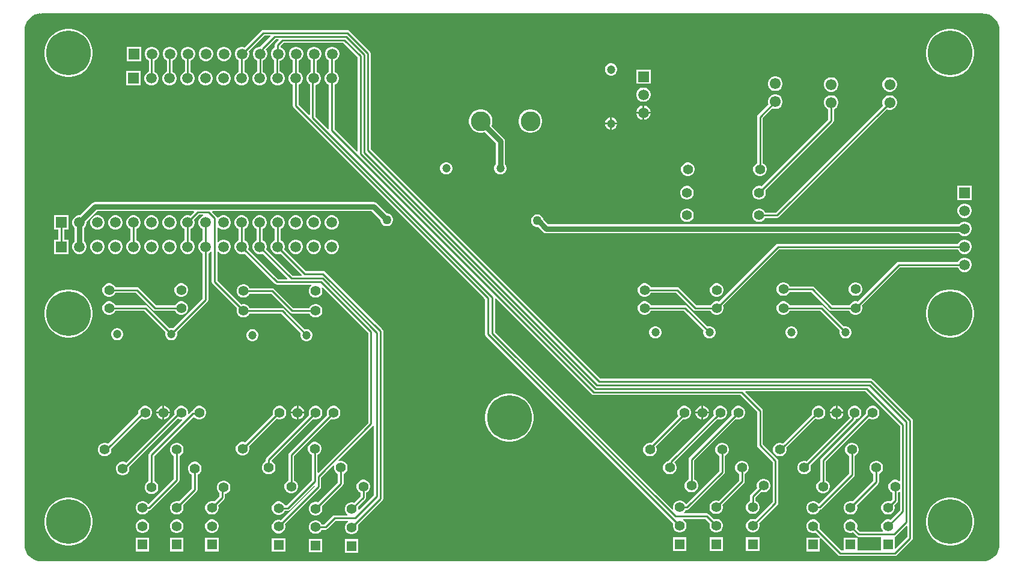
<source format=gtl>
G04*
G04 #@! TF.GenerationSoftware,Altium Limited,Altium Designer,22.3.1 (43)*
G04*
G04 Layer_Physical_Order=1*
G04 Layer_Color=255*
%FSLAX25Y25*%
%MOIN*%
G70*
G04*
G04 #@! TF.SameCoordinates,B38667F7-6E9D-49A0-AD6C-2E3F1ACDF6D0*
G04*
G04*
G04 #@! TF.FilePolarity,Positive*
G04*
G01*
G75*
%ADD12C,0.01000*%
%ADD24C,0.03000*%
%ADD25C,0.04724*%
%ADD26R,0.05906X0.05906*%
%ADD27C,0.05906*%
%ADD28C,0.24803*%
%ADD29C,0.05512*%
%ADD30C,0.11000*%
%ADD31C,0.06102*%
%ADD32R,0.05906X0.05906*%
%ADD33R,0.05512X0.05512*%
%ADD34C,0.05000*%
G36*
X606500Y421977D02*
X606519D01*
X606767Y421962D01*
X607000Y421865D01*
X607000Y421865D01*
X607500Y421899D01*
X608353Y421815D01*
X610134Y421274D01*
X611776Y420397D01*
X613216Y419216D01*
X614397Y417776D01*
X615274Y416134D01*
X615815Y414353D01*
X615899Y413500D01*
X615865Y413000D01*
X615865Y413000D01*
X615962Y412767D01*
X615977Y412519D01*
Y127754D01*
X615865Y127300D01*
X615865D01*
X615914Y126800D01*
X615799Y125636D01*
X615259Y123855D01*
X614381Y122213D01*
X613200Y120774D01*
X611761Y119592D01*
X610119Y118715D01*
X608337Y118174D01*
X606973Y118040D01*
X606722Y118026D01*
X606484Y118124D01*
Y118124D01*
X606411Y118023D01*
X605989Y118023D01*
X84500D01*
X84432Y118009D01*
X82647Y118185D01*
X80866Y118726D01*
X79224Y119603D01*
X77784Y120784D01*
X76603Y122224D01*
X75726Y123866D01*
X75185Y125647D01*
X75010Y127432D01*
X75023Y127500D01*
Y412416D01*
X75033Y412654D01*
X75135Y412900D01*
X75135D01*
X75091Y413400D01*
X75185Y414353D01*
X75726Y416134D01*
X76603Y417776D01*
X77784Y419215D01*
X79224Y420397D01*
X80866Y421274D01*
X82647Y421815D01*
X83600Y421909D01*
X84100Y421865D01*
Y421865D01*
X84346Y421967D01*
X84584Y421977D01*
X606500D01*
D02*
G37*
%LPC*%
G36*
X186220Y403453D02*
X185180D01*
X184174Y403183D01*
X183273Y402663D01*
X182537Y401927D01*
X182017Y401026D01*
X181747Y400020D01*
Y398980D01*
X182017Y397974D01*
X182537Y397073D01*
X183273Y396337D01*
X184174Y395817D01*
X185180Y395547D01*
X186220D01*
X187226Y395817D01*
X188127Y396337D01*
X188863Y397073D01*
X189383Y397974D01*
X189653Y398980D01*
Y400020D01*
X189383Y401026D01*
X188863Y401927D01*
X188127Y402663D01*
X187226Y403183D01*
X186220Y403453D01*
D02*
G37*
G36*
X176220D02*
X175180D01*
X174174Y403183D01*
X173273Y402663D01*
X172537Y401927D01*
X172017Y401026D01*
X171747Y400020D01*
Y398980D01*
X172017Y397974D01*
X172537Y397073D01*
X173273Y396337D01*
X174174Y395817D01*
X175180Y395547D01*
X176220D01*
X177226Y395817D01*
X178127Y396337D01*
X178863Y397073D01*
X179383Y397974D01*
X179653Y398980D01*
Y400020D01*
X179383Y401026D01*
X178863Y401927D01*
X178127Y402663D01*
X177226Y403183D01*
X176220Y403453D01*
D02*
G37*
G36*
X139653D02*
X131747D01*
Y395547D01*
X139653D01*
Y403453D01*
D02*
G37*
G36*
X400843Y394262D02*
X399957D01*
X399102Y394033D01*
X398336Y393590D01*
X397710Y392964D01*
X397267Y392198D01*
X397038Y391343D01*
Y390457D01*
X397267Y389602D01*
X397710Y388836D01*
X398336Y388210D01*
X399102Y387767D01*
X399957Y387538D01*
X400843D01*
X401698Y387767D01*
X402464Y388210D01*
X403090Y388836D01*
X403533Y389602D01*
X403762Y390457D01*
Y391343D01*
X403533Y392198D01*
X403090Y392964D01*
X402464Y393590D01*
X401698Y394033D01*
X400843Y394262D01*
D02*
G37*
G36*
X589571Y413402D02*
X587461D01*
X585378Y413072D01*
X583371Y412420D01*
X581492Y411462D01*
X579785Y410222D01*
X578294Y408731D01*
X577054Y407024D01*
X576096Y405144D01*
X575444Y403138D01*
X575114Y401055D01*
Y398945D01*
X575444Y396862D01*
X576096Y394856D01*
X577054Y392976D01*
X578294Y391269D01*
X579785Y389778D01*
X581492Y388538D01*
X583371Y387580D01*
X585378Y386928D01*
X587461Y386598D01*
X589571D01*
X591654Y386928D01*
X593660Y387580D01*
X595540Y388538D01*
X597246Y389778D01*
X598738Y391269D01*
X599978Y392976D01*
X600936Y394856D01*
X601587Y396862D01*
X601917Y398945D01*
Y401055D01*
X601587Y403138D01*
X600936Y405144D01*
X599978Y407024D01*
X598738Y408731D01*
X597246Y410222D01*
X595540Y411462D01*
X593660Y412420D01*
X591654Y413072D01*
X589571Y413402D01*
D02*
G37*
G36*
X100555D02*
X98445D01*
X96362Y413072D01*
X94356Y412420D01*
X92476Y411462D01*
X90769Y410222D01*
X89278Y408731D01*
X88038Y407024D01*
X87080Y405144D01*
X86428Y403138D01*
X86098Y401055D01*
Y398945D01*
X86428Y396862D01*
X87080Y394856D01*
X88038Y392976D01*
X89278Y391269D01*
X90769Y389778D01*
X92476Y388538D01*
X94356Y387580D01*
X96362Y386928D01*
X98445Y386598D01*
X100555D01*
X102638Y386928D01*
X104644Y387580D01*
X106524Y388538D01*
X108230Y389778D01*
X109722Y391269D01*
X110962Y392976D01*
X111920Y394856D01*
X112572Y396862D01*
X112902Y398945D01*
Y401055D01*
X112572Y403138D01*
X111920Y405144D01*
X110962Y407024D01*
X109722Y408731D01*
X108230Y410222D01*
X106524Y411462D01*
X104644Y412420D01*
X102638Y413072D01*
X100555Y413402D01*
D02*
G37*
G36*
X422353Y390853D02*
X414447D01*
Y382947D01*
X422353D01*
Y390853D01*
D02*
G37*
G36*
X186020Y389953D02*
X184980D01*
X183974Y389683D01*
X183073Y389163D01*
X182337Y388427D01*
X181817Y387526D01*
X181547Y386520D01*
Y385480D01*
X181817Y384474D01*
X182337Y383573D01*
X183073Y382837D01*
X183974Y382317D01*
X184980Y382047D01*
X186020D01*
X187026Y382317D01*
X187927Y382837D01*
X188663Y383573D01*
X189183Y384474D01*
X189453Y385480D01*
Y386520D01*
X189183Y387526D01*
X188663Y388427D01*
X187927Y389163D01*
X187026Y389683D01*
X186020Y389953D01*
D02*
G37*
G36*
X176020D02*
X174980D01*
X173974Y389683D01*
X173073Y389163D01*
X172337Y388427D01*
X171817Y387526D01*
X171547Y386520D01*
Y385480D01*
X171817Y384474D01*
X172337Y383573D01*
X173073Y382837D01*
X173974Y382317D01*
X174980Y382047D01*
X176020D01*
X177026Y382317D01*
X177927Y382837D01*
X178663Y383573D01*
X179183Y384474D01*
X179453Y385480D01*
Y386520D01*
X179183Y387526D01*
X178663Y388427D01*
X177927Y389163D01*
X177026Y389683D01*
X176020Y389953D01*
D02*
G37*
G36*
X166220Y403453D02*
X165180D01*
X164174Y403183D01*
X163273Y402663D01*
X162537Y401927D01*
X162017Y401026D01*
X161747Y400020D01*
Y398980D01*
X162017Y397974D01*
X162537Y397073D01*
X163273Y396337D01*
X164071Y395877D01*
Y389709D01*
X163974Y389683D01*
X163073Y389163D01*
X162337Y388427D01*
X161817Y387526D01*
X161547Y386520D01*
Y385480D01*
X161817Y384474D01*
X162337Y383573D01*
X163073Y382837D01*
X163974Y382317D01*
X164980Y382047D01*
X166020D01*
X167026Y382317D01*
X167927Y382837D01*
X168663Y383573D01*
X169183Y384474D01*
X169453Y385480D01*
Y386520D01*
X169183Y387526D01*
X168663Y388427D01*
X167927Y389163D01*
X167129Y389623D01*
Y395791D01*
X167226Y395817D01*
X168127Y396337D01*
X168863Y397073D01*
X169383Y397974D01*
X169653Y398980D01*
Y400020D01*
X169383Y401026D01*
X168863Y401927D01*
X168127Y402663D01*
X167226Y403183D01*
X166220Y403453D01*
D02*
G37*
G36*
X156220D02*
X155180D01*
X154174Y403183D01*
X153273Y402663D01*
X152537Y401927D01*
X152017Y401026D01*
X151747Y400020D01*
Y398980D01*
X152017Y397974D01*
X152537Y397073D01*
X153273Y396337D01*
X154071Y395877D01*
Y389709D01*
X153974Y389683D01*
X153073Y389163D01*
X152337Y388427D01*
X151817Y387526D01*
X151547Y386520D01*
Y385480D01*
X151817Y384474D01*
X152337Y383573D01*
X153073Y382837D01*
X153974Y382317D01*
X154980Y382047D01*
X156020D01*
X157026Y382317D01*
X157927Y382837D01*
X158663Y383573D01*
X159183Y384474D01*
X159453Y385480D01*
Y386520D01*
X159183Y387526D01*
X158663Y388427D01*
X157927Y389163D01*
X157129Y389623D01*
Y395791D01*
X157226Y395817D01*
X158127Y396337D01*
X158863Y397073D01*
X159383Y397974D01*
X159653Y398980D01*
Y400020D01*
X159383Y401026D01*
X158863Y401927D01*
X158127Y402663D01*
X157226Y403183D01*
X156220Y403453D01*
D02*
G37*
G36*
X146220D02*
X145180D01*
X144174Y403183D01*
X143273Y402663D01*
X142537Y401927D01*
X142017Y401026D01*
X141747Y400020D01*
Y398980D01*
X142017Y397974D01*
X142537Y397073D01*
X143273Y396337D01*
X144071Y395877D01*
Y389709D01*
X143974Y389683D01*
X143073Y389163D01*
X142337Y388427D01*
X141817Y387526D01*
X141547Y386520D01*
Y385480D01*
X141817Y384474D01*
X142337Y383573D01*
X143073Y382837D01*
X143974Y382317D01*
X144980Y382047D01*
X146020D01*
X147026Y382317D01*
X147927Y382837D01*
X148663Y383573D01*
X149183Y384474D01*
X149453Y385480D01*
Y386520D01*
X149183Y387526D01*
X148663Y388427D01*
X147927Y389163D01*
X147129Y389623D01*
Y395791D01*
X147226Y395817D01*
X148127Y396337D01*
X148863Y397073D01*
X149383Y397974D01*
X149653Y398980D01*
Y400020D01*
X149383Y401026D01*
X148863Y401927D01*
X148127Y402663D01*
X147226Y403183D01*
X146220Y403453D01*
D02*
G37*
G36*
X139453Y389953D02*
X131547D01*
Y382047D01*
X139453D01*
Y389953D01*
D02*
G37*
G36*
X492033Y387051D02*
X490967D01*
X489936Y386775D01*
X489012Y386242D01*
X488258Y385488D01*
X487725Y384564D01*
X487449Y383533D01*
Y382467D01*
X487725Y381436D01*
X488258Y380512D01*
X489012Y379758D01*
X489936Y379225D01*
X490967Y378949D01*
X492033D01*
X493064Y379225D01*
X493988Y379758D01*
X494742Y380512D01*
X495275Y381436D01*
X495551Y382467D01*
Y383533D01*
X495275Y384564D01*
X494742Y385488D01*
X493988Y386242D01*
X493064Y386775D01*
X492033Y387051D01*
D02*
G37*
G36*
X555533Y386551D02*
X554467D01*
X553436Y386275D01*
X552513Y385742D01*
X551758Y384987D01*
X551225Y384064D01*
X550949Y383033D01*
Y381967D01*
X551225Y380936D01*
X551758Y380012D01*
X552513Y379258D01*
X553436Y378725D01*
X554467Y378449D01*
X555533D01*
X556564Y378725D01*
X557487Y379258D01*
X558242Y380012D01*
X558775Y380936D01*
X559051Y381967D01*
Y383033D01*
X558775Y384064D01*
X558242Y384987D01*
X557487Y385742D01*
X556564Y386275D01*
X555533Y386551D01*
D02*
G37*
G36*
X523033D02*
X521967D01*
X520936Y386275D01*
X520013Y385742D01*
X519258Y384987D01*
X518725Y384064D01*
X518449Y383033D01*
Y381967D01*
X518725Y380936D01*
X519258Y380012D01*
X520013Y379258D01*
X520936Y378725D01*
X521967Y378449D01*
X523033D01*
X524064Y378725D01*
X524988Y379258D01*
X525742Y380012D01*
X526275Y380936D01*
X526551Y381967D01*
Y383033D01*
X526275Y384064D01*
X525742Y384987D01*
X524988Y385742D01*
X524064Y386275D01*
X523033Y386551D01*
D02*
G37*
G36*
X418920Y380853D02*
X417880D01*
X416874Y380583D01*
X415973Y380063D01*
X415237Y379327D01*
X414717Y378426D01*
X414447Y377420D01*
Y376380D01*
X414717Y375374D01*
X415237Y374473D01*
X415973Y373737D01*
X416874Y373217D01*
X417880Y372947D01*
X418920D01*
X419926Y373217D01*
X420827Y373737D01*
X421563Y374473D01*
X422083Y375374D01*
X422353Y376380D01*
Y377420D01*
X422083Y378426D01*
X421563Y379327D01*
X420827Y380063D01*
X419926Y380583D01*
X418920Y380853D01*
D02*
G37*
G36*
X492033Y377051D02*
X490967D01*
X489936Y376775D01*
X489012Y376242D01*
X488258Y375487D01*
X487725Y374564D01*
X487449Y373533D01*
Y372467D01*
X487725Y371436D01*
X487743Y371406D01*
X481919Y365581D01*
X481587Y365085D01*
X481471Y364500D01*
Y338954D01*
X480694Y338506D01*
X479994Y337806D01*
X479500Y336950D01*
X479244Y335995D01*
Y335005D01*
X479500Y334050D01*
X479994Y333194D01*
X480694Y332494D01*
X481550Y332000D01*
X482506Y331744D01*
X483495D01*
X484450Y332000D01*
X485306Y332494D01*
X486005Y333194D01*
X486500Y334050D01*
X486756Y335005D01*
Y335995D01*
X486500Y336950D01*
X486005Y337806D01*
X485306Y338506D01*
X484529Y338954D01*
Y363866D01*
X489906Y369243D01*
X489936Y369225D01*
X490967Y368949D01*
X492033D01*
X493064Y369225D01*
X493988Y369758D01*
X494742Y370513D01*
X495275Y371436D01*
X495551Y372467D01*
Y373533D01*
X495275Y374564D01*
X494742Y375487D01*
X493988Y376242D01*
X493064Y376775D01*
X492033Y377051D01*
D02*
G37*
G36*
X555533Y376551D02*
X554467D01*
X553436Y376275D01*
X552513Y375742D01*
X551758Y374988D01*
X551225Y374064D01*
X550949Y373033D01*
Y371967D01*
X551225Y370936D01*
X551243Y370905D01*
X491866Y311529D01*
X485954D01*
X485505Y312306D01*
X484806Y313005D01*
X483950Y313500D01*
X482995Y313756D01*
X482006D01*
X481050Y313500D01*
X480194Y313005D01*
X479494Y312306D01*
X479000Y311450D01*
X478744Y310494D01*
Y309506D01*
X479000Y308550D01*
X479494Y307694D01*
X480194Y306995D01*
X481050Y306500D01*
X482006Y306244D01*
X482995D01*
X483950Y306500D01*
X484806Y306995D01*
X485505Y307694D01*
X485954Y308471D01*
X492500D01*
X493085Y308587D01*
X493581Y308919D01*
X553406Y368743D01*
X553436Y368725D01*
X554467Y368449D01*
X555533D01*
X556564Y368725D01*
X557487Y369258D01*
X558242Y370012D01*
X558775Y370936D01*
X559051Y371967D01*
Y373033D01*
X558775Y374064D01*
X558242Y374988D01*
X557487Y375742D01*
X556564Y376275D01*
X555533Y376551D01*
D02*
G37*
G36*
X418920Y370853D02*
X418900D01*
Y367400D01*
X422353D01*
Y367420D01*
X422083Y368426D01*
X421563Y369327D01*
X420827Y370063D01*
X419926Y370583D01*
X418920Y370853D01*
D02*
G37*
G36*
X417900D02*
X417880D01*
X416874Y370583D01*
X415973Y370063D01*
X415237Y369327D01*
X414717Y368426D01*
X414447Y367420D01*
Y367400D01*
X417900D01*
Y370853D01*
D02*
G37*
G36*
X422353Y366400D02*
X418900D01*
Y362947D01*
X418920D01*
X419926Y363217D01*
X420827Y363737D01*
X421563Y364473D01*
X422083Y365374D01*
X422353Y366380D01*
Y366400D01*
D02*
G37*
G36*
X417900D02*
X414447D01*
Y366380D01*
X414717Y365374D01*
X415237Y364473D01*
X415973Y363737D01*
X416874Y363217D01*
X417880Y362947D01*
X417900D01*
Y366400D01*
D02*
G37*
G36*
X400900Y364247D02*
Y361400D01*
X403747D01*
X403533Y362198D01*
X403090Y362964D01*
X402464Y363590D01*
X401698Y364033D01*
X400900Y364247D01*
D02*
G37*
G36*
X399900D02*
X399102Y364033D01*
X398336Y363590D01*
X397710Y362964D01*
X397267Y362198D01*
X397053Y361400D01*
X399900D01*
Y364247D01*
D02*
G37*
G36*
X403747Y360400D02*
X400900D01*
Y357553D01*
X401698Y357767D01*
X402464Y358210D01*
X403090Y358836D01*
X403533Y359602D01*
X403747Y360400D01*
D02*
G37*
G36*
X399900D02*
X397053D01*
X397267Y359602D01*
X397710Y358836D01*
X398336Y358210D01*
X399102Y357767D01*
X399900Y357553D01*
Y360400D01*
D02*
G37*
G36*
X356299Y368700D02*
X355019D01*
X353763Y368450D01*
X352580Y367960D01*
X351516Y367249D01*
X350610Y366343D01*
X349899Y365279D01*
X349409Y364096D01*
X349159Y362840D01*
Y361560D01*
X349409Y360304D01*
X349899Y359121D01*
X350610Y358056D01*
X351516Y357151D01*
X352580Y356440D01*
X353763Y355950D01*
X355019Y355700D01*
X356299D01*
X357555Y355950D01*
X358738Y356440D01*
X359803Y357151D01*
X360708Y358056D01*
X361419Y359121D01*
X361909Y360304D01*
X362159Y361560D01*
Y362840D01*
X361909Y364096D01*
X361419Y365279D01*
X360708Y366343D01*
X359803Y367249D01*
X358738Y367960D01*
X357555Y368450D01*
X356299Y368700D01*
D02*
G37*
G36*
X254200Y412729D02*
X207400D01*
X206815Y412613D01*
X206319Y412281D01*
X197222Y403185D01*
X196220Y403453D01*
X195180D01*
X194174Y403183D01*
X193273Y402663D01*
X192537Y401927D01*
X192017Y401026D01*
X191747Y400020D01*
Y398980D01*
X192017Y397974D01*
X192537Y397073D01*
X193273Y396337D01*
X193971Y395934D01*
Y389681D01*
X193073Y389163D01*
X192337Y388427D01*
X191817Y387526D01*
X191547Y386520D01*
Y385480D01*
X191817Y384474D01*
X192337Y383573D01*
X193073Y382837D01*
X193974Y382317D01*
X194980Y382047D01*
X196020D01*
X197026Y382317D01*
X197927Y382837D01*
X198663Y383573D01*
X199183Y384474D01*
X199453Y385480D01*
Y386520D01*
X199183Y387526D01*
X198663Y388427D01*
X197927Y389163D01*
X197029Y389681D01*
Y395764D01*
X197226Y395817D01*
X198127Y396337D01*
X198863Y397073D01*
X199383Y397974D01*
X199653Y398980D01*
Y400020D01*
X199384Y401022D01*
X208033Y409671D01*
X211354D01*
X211546Y409209D01*
X205917Y403580D01*
X205832Y403453D01*
X205180D01*
X204174Y403183D01*
X203273Y402663D01*
X202537Y401927D01*
X202017Y401026D01*
X201747Y400020D01*
Y398980D01*
X202017Y397974D01*
X202537Y397073D01*
X203273Y396337D01*
X204171Y395819D01*
Y389736D01*
X203974Y389683D01*
X203073Y389163D01*
X202337Y388427D01*
X201817Y387526D01*
X201547Y386520D01*
Y385480D01*
X201817Y384474D01*
X202337Y383573D01*
X203073Y382837D01*
X203974Y382317D01*
X204980Y382047D01*
X206020D01*
X207026Y382317D01*
X207927Y382837D01*
X208663Y383573D01*
X209183Y384474D01*
X209453Y385480D01*
Y386520D01*
X209183Y387526D01*
X208663Y388427D01*
X207927Y389163D01*
X207229Y389566D01*
Y395819D01*
X208127Y396337D01*
X208863Y397073D01*
X209383Y397974D01*
X209653Y398980D01*
Y400020D01*
X209383Y401026D01*
X208863Y401927D01*
X208727Y402064D01*
X214334Y407671D01*
X215854D01*
X216046Y407209D01*
X214419Y405581D01*
X214087Y405085D01*
X213971Y404500D01*
Y403066D01*
X213273Y402663D01*
X212537Y401927D01*
X212017Y401026D01*
X211747Y400020D01*
Y398980D01*
X212017Y397974D01*
X212537Y397073D01*
X213273Y396337D01*
X213471Y396223D01*
Y389393D01*
X213073Y389163D01*
X212337Y388427D01*
X211817Y387526D01*
X211547Y386520D01*
Y385480D01*
X211817Y384474D01*
X212337Y383573D01*
X213073Y382837D01*
X213974Y382317D01*
X214980Y382047D01*
X216020D01*
X217026Y382317D01*
X217927Y382837D01*
X218663Y383573D01*
X219183Y384474D01*
X219453Y385480D01*
Y386520D01*
X219183Y387526D01*
X218663Y388427D01*
X217927Y389163D01*
X217026Y389683D01*
X216529Y389816D01*
Y395630D01*
X217226Y395817D01*
X218127Y396337D01*
X218863Y397073D01*
X219383Y397974D01*
X219653Y398980D01*
Y400020D01*
X219383Y401026D01*
X218863Y401927D01*
X218127Y402663D01*
X217226Y403183D01*
X217029Y403236D01*
Y403866D01*
X218833Y405671D01*
X251910D01*
X259971Y397610D01*
Y345517D01*
X259509Y345326D01*
X247029Y357805D01*
Y382319D01*
X247927Y382837D01*
X248663Y383573D01*
X249183Y384474D01*
X249453Y385480D01*
Y386520D01*
X249183Y387526D01*
X248663Y388427D01*
X247927Y389163D01*
X247029Y389681D01*
Y395764D01*
X247226Y395817D01*
X248127Y396337D01*
X248863Y397073D01*
X249383Y397974D01*
X249653Y398980D01*
Y400020D01*
X249383Y401026D01*
X248863Y401927D01*
X248127Y402663D01*
X247226Y403183D01*
X246220Y403453D01*
X245180D01*
X244174Y403183D01*
X243273Y402663D01*
X242537Y401927D01*
X242017Y401026D01*
X241747Y400020D01*
Y398980D01*
X242017Y397974D01*
X242537Y397073D01*
X243273Y396337D01*
X243971Y395934D01*
Y389681D01*
X243073Y389163D01*
X242337Y388427D01*
X241817Y387526D01*
X241547Y386520D01*
Y385480D01*
X241817Y384474D01*
X242337Y383573D01*
X243073Y382837D01*
X243971Y382319D01*
Y357846D01*
X243509Y357654D01*
X236429Y364734D01*
Y382157D01*
X237026Y382317D01*
X237927Y382837D01*
X238663Y383573D01*
X239183Y384474D01*
X239453Y385480D01*
Y386520D01*
X239183Y387526D01*
X238663Y388427D01*
X237927Y389163D01*
X237029Y389681D01*
Y395764D01*
X237226Y395817D01*
X238127Y396337D01*
X238863Y397073D01*
X239383Y397974D01*
X239653Y398980D01*
Y400020D01*
X239383Y401026D01*
X238863Y401927D01*
X238127Y402663D01*
X237226Y403183D01*
X236220Y403453D01*
X235180D01*
X234174Y403183D01*
X233273Y402663D01*
X232537Y401927D01*
X232017Y401026D01*
X231747Y400020D01*
Y398980D01*
X232017Y397974D01*
X232537Y397073D01*
X233273Y396337D01*
X233971Y395934D01*
Y389681D01*
X233073Y389163D01*
X232337Y388427D01*
X231817Y387526D01*
X231547Y386520D01*
Y385480D01*
X231817Y384474D01*
X232337Y383573D01*
X233073Y382837D01*
X233371Y382665D01*
Y365617D01*
X232909Y365426D01*
X227029Y371305D01*
Y382319D01*
X227927Y382837D01*
X228663Y383573D01*
X229183Y384474D01*
X229453Y385480D01*
Y386520D01*
X229183Y387526D01*
X228663Y388427D01*
X227927Y389163D01*
X227029Y389681D01*
Y395764D01*
X227226Y395817D01*
X228127Y396337D01*
X228863Y397073D01*
X229383Y397974D01*
X229653Y398980D01*
Y400020D01*
X229383Y401026D01*
X228863Y401927D01*
X228127Y402663D01*
X227226Y403183D01*
X226220Y403453D01*
X225180D01*
X224174Y403183D01*
X223273Y402663D01*
X222537Y401927D01*
X222017Y401026D01*
X221747Y400020D01*
Y398980D01*
X222017Y397974D01*
X222537Y397073D01*
X223273Y396337D01*
X223971Y395934D01*
Y389681D01*
X223073Y389163D01*
X222337Y388427D01*
X221817Y387526D01*
X221547Y386520D01*
Y385480D01*
X221817Y384474D01*
X222337Y383573D01*
X223073Y382837D01*
X223971Y382319D01*
Y370672D01*
X224087Y370086D01*
X224419Y369590D01*
X330508Y263500D01*
Y244226D01*
X330625Y243641D01*
X330956Y243145D01*
X434976Y139125D01*
X434744Y138258D01*
Y137269D01*
X435000Y136314D01*
X435495Y135458D01*
X436194Y134758D01*
X437050Y134264D01*
X438005Y134008D01*
X438995D01*
X439950Y134264D01*
X440806Y134758D01*
X441505Y135458D01*
X442000Y136314D01*
X442256Y137269D01*
Y138258D01*
X442000Y139214D01*
X441505Y140070D01*
X440806Y140769D01*
X440284Y141071D01*
X440418Y141571D01*
X452780D01*
X455226Y139125D01*
X454994Y138258D01*
Y137269D01*
X455250Y136314D01*
X455745Y135458D01*
X456444Y134758D01*
X457300Y134264D01*
X458255Y134008D01*
X459244D01*
X460200Y134264D01*
X461056Y134758D01*
X461756Y135458D01*
X462250Y136314D01*
X462506Y137269D01*
Y138258D01*
X462250Y139214D01*
X461756Y140070D01*
X461056Y140769D01*
X460200Y141264D01*
X459244Y141520D01*
X458255D01*
X457389Y141288D01*
X454495Y144181D01*
X453999Y144513D01*
X453414Y144629D01*
X441132D01*
X440941Y145129D01*
X441505Y145694D01*
X441954Y146471D01*
X442500D01*
X443085Y146587D01*
X443581Y146919D01*
X463081Y166419D01*
X463413Y166915D01*
X463529Y167500D01*
Y176546D01*
X464306Y176995D01*
X465005Y177694D01*
X465500Y178550D01*
X465756Y179506D01*
Y180494D01*
X465500Y181450D01*
X465005Y182306D01*
X464306Y183005D01*
X463450Y183500D01*
X462495Y183756D01*
X461506D01*
X460550Y183500D01*
X459694Y183005D01*
X458994Y182306D01*
X458500Y181450D01*
X458244Y180494D01*
Y179506D01*
X458500Y178550D01*
X458994Y177694D01*
X459694Y176995D01*
X460471Y176546D01*
Y168133D01*
X442212Y149875D01*
X441717Y149941D01*
X441505Y150306D01*
X440806Y151005D01*
X439950Y151500D01*
X438995Y151756D01*
X438005D01*
X437050Y151500D01*
X436194Y151005D01*
X435495Y150306D01*
X435000Y149450D01*
X434744Y148495D01*
Y147505D01*
X434849Y147113D01*
X434401Y146854D01*
X336075Y245180D01*
Y263780D01*
X336537Y263971D01*
X389790Y210719D01*
X390286Y210387D01*
X390872Y210271D01*
X472066D01*
X481471Y200867D01*
Y182400D01*
X481587Y181815D01*
X481919Y181319D01*
X490071Y173167D01*
Y150997D01*
X480361Y141288D01*
X479494Y141520D01*
X478506D01*
X477550Y141264D01*
X476694Y140769D01*
X475994Y140070D01*
X475500Y139214D01*
X475244Y138258D01*
Y137269D01*
X475500Y136314D01*
X475994Y135458D01*
X476694Y134758D01*
X477550Y134264D01*
X478506Y134008D01*
X479494D01*
X480450Y134264D01*
X481306Y134758D01*
X482006Y135458D01*
X482500Y136314D01*
X482756Y137269D01*
Y138258D01*
X482524Y139125D01*
X492681Y149282D01*
X493013Y149778D01*
X493129Y150364D01*
Y173800D01*
X493013Y174385D01*
X492681Y174881D01*
X484529Y183034D01*
Y201500D01*
X484413Y202085D01*
X484081Y202581D01*
X474854Y211809D01*
X475046Y212271D01*
X541567D01*
X560726Y193111D01*
Y162716D01*
X560226Y162551D01*
X559450Y163000D01*
X558495Y163256D01*
X557506D01*
X556550Y163000D01*
X555694Y162505D01*
X554994Y161806D01*
X554500Y160950D01*
X554244Y159994D01*
Y159005D01*
X554500Y158050D01*
X554994Y157194D01*
X555694Y156494D01*
X556471Y156046D01*
Y152370D01*
X555361Y151260D01*
X554494Y151492D01*
X553506D01*
X552550Y151236D01*
X551694Y150742D01*
X550994Y150042D01*
X550500Y149186D01*
X550244Y148231D01*
Y147242D01*
X550500Y146286D01*
X550994Y145430D01*
X551694Y144731D01*
X552550Y144236D01*
X553506Y143980D01*
X554494D01*
X555450Y144236D01*
X556306Y144731D01*
X557006Y145430D01*
X557500Y146286D01*
X557756Y147242D01*
Y148231D01*
X557524Y149097D01*
X559081Y150655D01*
X559413Y151151D01*
X559529Y151736D01*
Y156046D01*
X560226Y156448D01*
X560726Y156283D01*
Y146389D01*
X555361Y141024D01*
X554494Y141256D01*
X553506D01*
X552550Y141000D01*
X551694Y140506D01*
X550994Y139806D01*
X550500Y138950D01*
X550244Y137995D01*
Y137005D01*
X550500Y136050D01*
X550994Y135194D01*
X551197Y134991D01*
X551006Y134529D01*
X538383D01*
X536774Y136139D01*
X537006Y137005D01*
Y137995D01*
X536750Y138950D01*
X536256Y139806D01*
X535556Y140506D01*
X534700Y141000D01*
X533744Y141256D01*
X532756D01*
X531800Y141000D01*
X530944Y140506D01*
X530244Y139806D01*
X529750Y138950D01*
X529494Y137995D01*
Y137005D01*
X529750Y136050D01*
X530244Y135194D01*
X530944Y134494D01*
X531800Y134000D01*
X532756Y133744D01*
X533744D01*
X534611Y133976D01*
X536669Y131919D01*
X537165Y131587D01*
X537750Y131471D01*
X550126D01*
X550244Y131020D01*
X550244D01*
Y124029D01*
X537006D01*
Y131020D01*
X529494D01*
Y124029D01*
X528133D01*
X516024Y136139D01*
X516256Y137005D01*
Y137995D01*
X516000Y138950D01*
X515506Y139806D01*
X514806Y140506D01*
X513950Y141000D01*
X512994Y141256D01*
X512006D01*
X511050Y141000D01*
X510194Y140506D01*
X509494Y139806D01*
X509000Y138950D01*
X508744Y137995D01*
Y137005D01*
X509000Y136050D01*
X509494Y135194D01*
X510194Y134494D01*
X511050Y134000D01*
X512006Y133744D01*
X512994D01*
X513861Y133976D01*
X516361Y131476D01*
X516110Y131020D01*
X515816Y131020D01*
X508744D01*
Y123508D01*
X516256D01*
Y130544D01*
X516256Y130874D01*
X516712Y131125D01*
X526419Y121419D01*
X526915Y121087D01*
X527500Y120971D01*
X557900D01*
X558485Y121087D01*
X558981Y121419D01*
X567337Y129774D01*
X567669Y130271D01*
X567785Y130856D01*
Y196072D01*
X567669Y196658D01*
X567337Y197154D01*
X545610Y218881D01*
X545114Y219213D01*
X544528Y219329D01*
X394334D01*
X267029Y346634D01*
Y399900D01*
X266913Y400485D01*
X266581Y400981D01*
X255281Y412281D01*
X254785Y412613D01*
X254200Y412729D01*
D02*
G37*
G36*
X328740Y368700D02*
X327460D01*
X326204Y368450D01*
X325021Y367960D01*
X323956Y367249D01*
X323051Y366343D01*
X322340Y365279D01*
X321850Y364096D01*
X321600Y362840D01*
Y361560D01*
X321850Y360304D01*
X322340Y359121D01*
X323051Y358056D01*
X323956Y357151D01*
X325021Y356440D01*
X326204Y355950D01*
X327460Y355700D01*
X328740D01*
X329996Y355950D01*
X330314Y356081D01*
X336451Y349944D01*
Y338206D01*
X336310Y338064D01*
X335867Y337298D01*
X335638Y336443D01*
Y335557D01*
X335867Y334702D01*
X336310Y333936D01*
X336936Y333310D01*
X337702Y332867D01*
X338557Y332638D01*
X339443D01*
X340298Y332867D01*
X341064Y333310D01*
X341690Y333936D01*
X342133Y334702D01*
X342362Y335557D01*
Y336443D01*
X342133Y337298D01*
X341690Y338064D01*
X341549Y338206D01*
Y351000D01*
X341355Y351975D01*
X340802Y352802D01*
X334043Y359562D01*
X334350Y360304D01*
X334600Y361560D01*
Y362840D01*
X334350Y364096D01*
X333860Y365279D01*
X333149Y366343D01*
X332243Y367249D01*
X331179Y367960D01*
X329996Y368450D01*
X328740Y368700D01*
D02*
G37*
G36*
X309443Y339362D02*
X308557D01*
X307702Y339133D01*
X306936Y338690D01*
X306310Y338064D01*
X305867Y337298D01*
X305638Y336443D01*
Y335557D01*
X305867Y334702D01*
X306310Y333936D01*
X306936Y333310D01*
X307702Y332867D01*
X308557Y332638D01*
X309443D01*
X310298Y332867D01*
X311064Y333310D01*
X311690Y333936D01*
X312133Y334702D01*
X312362Y335557D01*
Y336443D01*
X312133Y337298D01*
X311690Y338064D01*
X311064Y338690D01*
X310298Y339133D01*
X309443Y339362D01*
D02*
G37*
G36*
X443495Y339256D02*
X442506D01*
X441550Y339000D01*
X440694Y338506D01*
X439994Y337806D01*
X439500Y336950D01*
X439244Y335995D01*
Y335005D01*
X439500Y334050D01*
X439994Y333194D01*
X440694Y332494D01*
X441550Y332000D01*
X442506Y331744D01*
X443495D01*
X444450Y332000D01*
X445306Y332494D01*
X446005Y333194D01*
X446500Y334050D01*
X446756Y335005D01*
Y335995D01*
X446500Y336950D01*
X446005Y337806D01*
X445306Y338506D01*
X444450Y339000D01*
X443495Y339256D01*
D02*
G37*
G36*
X523033Y376551D02*
X521967D01*
X520936Y376275D01*
X520013Y375742D01*
X519258Y374988D01*
X518725Y374064D01*
X518449Y373033D01*
Y371967D01*
X518725Y370936D01*
X519258Y370012D01*
X520013Y369258D01*
X520936Y368725D01*
X520971Y368716D01*
Y363134D01*
X483861Y326024D01*
X482995Y326256D01*
X482006D01*
X481050Y326000D01*
X480194Y325505D01*
X479494Y324806D01*
X479000Y323950D01*
X478744Y322994D01*
Y322006D01*
X479000Y321050D01*
X479494Y320194D01*
X480194Y319495D01*
X481050Y319000D01*
X482006Y318744D01*
X482995D01*
X483950Y319000D01*
X484806Y319495D01*
X485505Y320194D01*
X486000Y321050D01*
X486256Y322006D01*
Y322994D01*
X486024Y323861D01*
X523581Y361419D01*
X523913Y361915D01*
X524029Y362500D01*
Y368716D01*
X524064Y368725D01*
X524988Y369258D01*
X525742Y370012D01*
X526275Y370936D01*
X526551Y371967D01*
Y373033D01*
X526275Y374064D01*
X525742Y374988D01*
X524988Y375742D01*
X524064Y376275D01*
X523033Y376551D01*
D02*
G37*
G36*
X442994Y326256D02*
X442005D01*
X441050Y326000D01*
X440194Y325505D01*
X439495Y324806D01*
X439000Y323950D01*
X438744Y322994D01*
Y322006D01*
X439000Y321050D01*
X439495Y320194D01*
X440194Y319495D01*
X441050Y319000D01*
X442005Y318744D01*
X442994D01*
X443950Y319000D01*
X444806Y319495D01*
X445506Y320194D01*
X446000Y321050D01*
X446256Y322006D01*
Y322994D01*
X446000Y323950D01*
X445506Y324806D01*
X444806Y325505D01*
X443950Y326000D01*
X442994Y326256D01*
D02*
G37*
G36*
X600453Y326453D02*
X592547D01*
Y318547D01*
X600453D01*
Y326453D01*
D02*
G37*
G36*
X597020Y316453D02*
X595980D01*
X594974Y316183D01*
X594073Y315663D01*
X593337Y314927D01*
X592817Y314026D01*
X592547Y313020D01*
Y311980D01*
X592817Y310974D01*
X593337Y310073D01*
X594073Y309337D01*
X594974Y308817D01*
X595980Y308547D01*
X597020D01*
X598026Y308817D01*
X598927Y309337D01*
X599663Y310073D01*
X600183Y310974D01*
X600453Y311980D01*
Y313020D01*
X600183Y314026D01*
X599663Y314927D01*
X598927Y315663D01*
X598026Y316183D01*
X597020Y316453D01*
D02*
G37*
G36*
X442994Y313756D02*
X442005D01*
X441050Y313500D01*
X440194Y313005D01*
X439495Y312306D01*
X439000Y311450D01*
X438744Y310494D01*
Y309506D01*
X439000Y308550D01*
X439495Y307694D01*
X440194Y306995D01*
X441050Y306500D01*
X442005Y306244D01*
X442994D01*
X443950Y306500D01*
X444806Y306995D01*
X445506Y307694D01*
X446000Y308550D01*
X446256Y309506D01*
Y310494D01*
X446000Y311450D01*
X445506Y312306D01*
X444806Y313005D01*
X443950Y313500D01*
X442994Y313756D01*
D02*
G37*
G36*
X268700Y317349D02*
X114300D01*
X113324Y317155D01*
X112498Y316602D01*
X105848Y309953D01*
X104980D01*
X103974Y309683D01*
X103073Y309163D01*
X102337Y308427D01*
X101817Y307526D01*
X101547Y306520D01*
Y305480D01*
X101817Y304474D01*
X102337Y303573D01*
X102951Y302959D01*
Y295541D01*
X102337Y294927D01*
X101817Y294026D01*
X101547Y293020D01*
Y291980D01*
X101817Y290974D01*
X102337Y290073D01*
X103073Y289337D01*
X103974Y288817D01*
X104980Y288547D01*
X106020D01*
X107026Y288817D01*
X107927Y289337D01*
X108663Y290073D01*
X109183Y290974D01*
X109453Y291980D01*
Y293020D01*
X109183Y294026D01*
X108663Y294927D01*
X108049Y295541D01*
Y302959D01*
X108663Y303573D01*
X109183Y304474D01*
X109453Y305480D01*
Y306348D01*
X115356Y312251D01*
X168935D01*
X169126Y311789D01*
X167022Y309684D01*
X166020Y309953D01*
X164980D01*
X163974Y309683D01*
X163073Y309163D01*
X162337Y308427D01*
X161817Y307526D01*
X161547Y306520D01*
Y305480D01*
X161817Y304474D01*
X162337Y303573D01*
X163073Y302837D01*
X163971Y302319D01*
Y296181D01*
X163073Y295663D01*
X162337Y294927D01*
X161817Y294026D01*
X161547Y293020D01*
Y291980D01*
X161817Y290974D01*
X162337Y290073D01*
X163073Y289337D01*
X163974Y288817D01*
X164980Y288547D01*
X166020D01*
X167026Y288817D01*
X167927Y289337D01*
X168663Y290073D01*
X169183Y290974D01*
X169453Y291980D01*
Y293020D01*
X169183Y294026D01*
X168663Y294927D01*
X167927Y295663D01*
X167029Y296181D01*
Y302319D01*
X167927Y302837D01*
X168663Y303573D01*
X169183Y304474D01*
X169453Y305480D01*
Y306520D01*
X169185Y307522D01*
X171933Y310271D01*
X174234D01*
X174300Y309771D01*
X173974Y309683D01*
X173073Y309163D01*
X172337Y308427D01*
X171817Y307526D01*
X171547Y306520D01*
Y305480D01*
X171817Y304474D01*
X172337Y303573D01*
X173073Y302837D01*
X173971Y302319D01*
Y296181D01*
X173073Y295663D01*
X172337Y294927D01*
X171817Y294026D01*
X171547Y293020D01*
Y291980D01*
X171817Y290974D01*
X172337Y290073D01*
X173073Y289337D01*
X173971Y288819D01*
Y263633D01*
X157539Y247202D01*
X156943Y247362D01*
X156057D01*
X155461Y247202D01*
X143081Y259581D01*
X142585Y259913D01*
X142000Y260029D01*
X125454D01*
X125005Y260806D01*
X124306Y261506D01*
X123450Y262000D01*
X122494Y262256D01*
X121505D01*
X120550Y262000D01*
X119694Y261506D01*
X118994Y260806D01*
X118500Y259950D01*
X118244Y258995D01*
Y258005D01*
X118500Y257050D01*
X118994Y256194D01*
X119694Y255494D01*
X120550Y255000D01*
X121505Y254744D01*
X122494D01*
X123450Y255000D01*
X124306Y255494D01*
X125005Y256194D01*
X125454Y256971D01*
X141367D01*
X153298Y245039D01*
X153138Y244443D01*
Y243557D01*
X153367Y242702D01*
X153810Y241936D01*
X154436Y241310D01*
X155202Y240867D01*
X156057Y240638D01*
X156943D01*
X157798Y240867D01*
X158564Y241310D01*
X159190Y241936D01*
X159633Y242702D01*
X159862Y243557D01*
Y244443D01*
X159702Y245039D01*
X176581Y261919D01*
X176913Y262415D01*
X177029Y263000D01*
Y288819D01*
X177927Y289337D01*
X178471Y289881D01*
X178971Y289673D01*
Y273000D01*
X179087Y272415D01*
X179419Y271919D01*
X192976Y258361D01*
X192744Y257494D01*
Y256505D01*
X193000Y255550D01*
X193494Y254694D01*
X194194Y253994D01*
X195050Y253500D01*
X196005Y253244D01*
X196994D01*
X197950Y253500D01*
X198806Y253994D01*
X199505Y254694D01*
X199954Y255471D01*
X217367D01*
X228298Y244539D01*
X228138Y243943D01*
Y243057D01*
X228367Y242202D01*
X228810Y241436D01*
X229436Y240810D01*
X230202Y240367D01*
X231057Y240138D01*
X231943D01*
X232798Y240367D01*
X233564Y240810D01*
X234190Y241436D01*
X234633Y242202D01*
X234862Y243057D01*
Y243943D01*
X234633Y244798D01*
X234190Y245564D01*
X233564Y246190D01*
X232798Y246633D01*
X231943Y246862D01*
X231057D01*
X230461Y246702D01*
X219081Y258081D01*
X218585Y258413D01*
X218000Y258529D01*
X199954D01*
X199505Y259306D01*
X198806Y260005D01*
X197950Y260500D01*
X196994Y260756D01*
X196005D01*
X195139Y260524D01*
X182029Y273634D01*
Y289673D01*
X182529Y289881D01*
X183073Y289337D01*
X183974Y288817D01*
X184980Y288547D01*
X186020D01*
X187026Y288817D01*
X187927Y289337D01*
X188663Y290073D01*
X189183Y290974D01*
X189453Y291980D01*
Y293020D01*
X189183Y294026D01*
X188663Y294927D01*
X187927Y295663D01*
X187026Y296183D01*
X186020Y296453D01*
X184980D01*
X183974Y296183D01*
X183073Y295663D01*
X182529Y295119D01*
X182029Y295326D01*
Y303173D01*
X182529Y303381D01*
X183073Y302837D01*
X183974Y302317D01*
X184980Y302047D01*
X186020D01*
X187026Y302317D01*
X187927Y302837D01*
X188663Y303573D01*
X189183Y304474D01*
X189453Y305480D01*
Y306520D01*
X189183Y307526D01*
X188663Y308427D01*
X187927Y309163D01*
X187026Y309683D01*
X186020Y309953D01*
X184980D01*
X183974Y309683D01*
X183073Y309163D01*
X182501Y308591D01*
X181963Y308732D01*
X181913Y308985D01*
X181581Y309481D01*
X179274Y311789D01*
X179465Y312251D01*
X267644D01*
X272500Y307395D01*
Y307039D01*
X272739Y306149D01*
X273199Y305351D01*
X273851Y304699D01*
X274649Y304239D01*
X275539Y304000D01*
X276461D01*
X277351Y304239D01*
X278149Y304699D01*
X278801Y305351D01*
X279261Y306149D01*
X279500Y307039D01*
Y307961D01*
X279261Y308851D01*
X278801Y309649D01*
X278149Y310301D01*
X277351Y310761D01*
X276461Y311000D01*
X276105D01*
X270502Y316602D01*
X269675Y317155D01*
X268700Y317349D01*
D02*
G37*
G36*
X246020Y309953D02*
X244980D01*
X243974Y309683D01*
X243073Y309163D01*
X242337Y308427D01*
X241817Y307526D01*
X241547Y306520D01*
Y305480D01*
X241817Y304474D01*
X242337Y303573D01*
X243073Y302837D01*
X243974Y302317D01*
X244980Y302047D01*
X246020D01*
X247026Y302317D01*
X247927Y302837D01*
X248663Y303573D01*
X249183Y304474D01*
X249453Y305480D01*
Y306520D01*
X249183Y307526D01*
X248663Y308427D01*
X247927Y309163D01*
X247026Y309683D01*
X246020Y309953D01*
D02*
G37*
G36*
X236020D02*
X234980D01*
X233974Y309683D01*
X233073Y309163D01*
X232337Y308427D01*
X231817Y307526D01*
X231547Y306520D01*
Y305480D01*
X231817Y304474D01*
X232337Y303573D01*
X233073Y302837D01*
X233974Y302317D01*
X234980Y302047D01*
X236020D01*
X237026Y302317D01*
X237927Y302837D01*
X238663Y303573D01*
X239183Y304474D01*
X239453Y305480D01*
Y306520D01*
X239183Y307526D01*
X238663Y308427D01*
X237927Y309163D01*
X237026Y309683D01*
X236020Y309953D01*
D02*
G37*
G36*
X226020D02*
X224980D01*
X223974Y309683D01*
X223073Y309163D01*
X222337Y308427D01*
X221817Y307526D01*
X221547Y306520D01*
Y305480D01*
X221817Y304474D01*
X222337Y303573D01*
X223073Y302837D01*
X223974Y302317D01*
X224980Y302047D01*
X226020D01*
X227026Y302317D01*
X227927Y302837D01*
X228663Y303573D01*
X229183Y304474D01*
X229453Y305480D01*
Y306520D01*
X229183Y307526D01*
X228663Y308427D01*
X227927Y309163D01*
X227026Y309683D01*
X226020Y309953D01*
D02*
G37*
G36*
X156020D02*
X154980D01*
X153974Y309683D01*
X153073Y309163D01*
X152337Y308427D01*
X151817Y307526D01*
X151547Y306520D01*
Y305480D01*
X151817Y304474D01*
X152337Y303573D01*
X153073Y302837D01*
X153974Y302317D01*
X154980Y302047D01*
X156020D01*
X157026Y302317D01*
X157927Y302837D01*
X158663Y303573D01*
X159183Y304474D01*
X159453Y305480D01*
Y306520D01*
X159183Y307526D01*
X158663Y308427D01*
X157927Y309163D01*
X157026Y309683D01*
X156020Y309953D01*
D02*
G37*
G36*
X146020D02*
X144980D01*
X143974Y309683D01*
X143073Y309163D01*
X142337Y308427D01*
X141817Y307526D01*
X141547Y306520D01*
Y305480D01*
X141817Y304474D01*
X142337Y303573D01*
X143073Y302837D01*
X143974Y302317D01*
X144980Y302047D01*
X146020D01*
X147026Y302317D01*
X147927Y302837D01*
X148663Y303573D01*
X149183Y304474D01*
X149453Y305480D01*
Y306520D01*
X149183Y307526D01*
X148663Y308427D01*
X147927Y309163D01*
X147026Y309683D01*
X146020Y309953D01*
D02*
G37*
G36*
X126020D02*
X124980D01*
X123974Y309683D01*
X123073Y309163D01*
X122337Y308427D01*
X121817Y307526D01*
X121547Y306520D01*
Y305480D01*
X121817Y304474D01*
X122337Y303573D01*
X123073Y302837D01*
X123974Y302317D01*
X124980Y302047D01*
X126020D01*
X127026Y302317D01*
X127927Y302837D01*
X128663Y303573D01*
X129183Y304474D01*
X129453Y305480D01*
Y306520D01*
X129183Y307526D01*
X128663Y308427D01*
X127927Y309163D01*
X127026Y309683D01*
X126020Y309953D01*
D02*
G37*
G36*
X116020D02*
X114980D01*
X113974Y309683D01*
X113073Y309163D01*
X112337Y308427D01*
X111817Y307526D01*
X111547Y306520D01*
Y305480D01*
X111817Y304474D01*
X112337Y303573D01*
X113073Y302837D01*
X113974Y302317D01*
X114980Y302047D01*
X116020D01*
X117026Y302317D01*
X117927Y302837D01*
X118663Y303573D01*
X119183Y304474D01*
X119453Y305480D01*
Y306520D01*
X119183Y307526D01*
X118663Y308427D01*
X117927Y309163D01*
X117026Y309683D01*
X116020Y309953D01*
D02*
G37*
G36*
X359961Y310500D02*
X359039D01*
X358149Y310262D01*
X357351Y309801D01*
X356699Y309149D01*
X356239Y308351D01*
X356000Y307461D01*
Y306539D01*
X356239Y305649D01*
X356699Y304851D01*
X357351Y304199D01*
X358149Y303738D01*
X359039Y303500D01*
X359936D01*
X362739Y300698D01*
X363566Y300145D01*
X364541Y299951D01*
X593459D01*
X594073Y299337D01*
X594974Y298817D01*
X595980Y298547D01*
X597020D01*
X598026Y298817D01*
X598927Y299337D01*
X599663Y300073D01*
X600183Y300974D01*
X600453Y301980D01*
Y303020D01*
X600183Y304026D01*
X599663Y304927D01*
X598927Y305663D01*
X598026Y306183D01*
X597020Y306453D01*
X595980D01*
X594974Y306183D01*
X594073Y305663D01*
X593459Y305049D01*
X365597D01*
X362932Y307714D01*
X362761Y308351D01*
X362301Y309149D01*
X361649Y309801D01*
X360851Y310262D01*
X359961Y310500D01*
D02*
G37*
G36*
X597020Y296453D02*
X595980D01*
X594974Y296183D01*
X594073Y295663D01*
X593337Y294927D01*
X592819Y294029D01*
X493000D01*
X492415Y293913D01*
X491919Y293581D01*
X460361Y262024D01*
X459494Y262256D01*
X458505D01*
X457550Y262000D01*
X456694Y261506D01*
X455995Y260806D01*
X455546Y260029D01*
X447634D01*
X438081Y269581D01*
X437585Y269913D01*
X437000Y270029D01*
X422454D01*
X422006Y270806D01*
X421306Y271505D01*
X420450Y272000D01*
X419494Y272256D01*
X418505D01*
X417550Y272000D01*
X416694Y271505D01*
X415995Y270806D01*
X415500Y269950D01*
X415244Y268994D01*
Y268005D01*
X415500Y267050D01*
X415995Y266194D01*
X416694Y265494D01*
X417550Y265000D01*
X418505Y264744D01*
X419494D01*
X420450Y265000D01*
X421306Y265494D01*
X422006Y266194D01*
X422454Y266971D01*
X436367D01*
X445919Y257419D01*
X446415Y257087D01*
X447000Y256971D01*
X455546D01*
X455995Y256194D01*
X456694Y255494D01*
X457550Y255000D01*
X458505Y254744D01*
X459494D01*
X460450Y255000D01*
X461306Y255494D01*
X462006Y256194D01*
X462500Y257050D01*
X462756Y258005D01*
Y258995D01*
X462524Y259861D01*
X493634Y290971D01*
X592819D01*
X593337Y290073D01*
X594073Y289337D01*
X594974Y288817D01*
X595980Y288547D01*
X597020D01*
X598026Y288817D01*
X598927Y289337D01*
X599663Y290073D01*
X600183Y290974D01*
X600453Y291980D01*
Y293020D01*
X600183Y294026D01*
X599663Y294927D01*
X598927Y295663D01*
X598026Y296183D01*
X597020Y296453D01*
D02*
G37*
G36*
X246020D02*
X244980D01*
X243974Y296183D01*
X243073Y295663D01*
X242337Y294927D01*
X241817Y294026D01*
X241547Y293020D01*
Y291980D01*
X241817Y290974D01*
X242337Y290073D01*
X243073Y289337D01*
X243974Y288817D01*
X244980Y288547D01*
X246020D01*
X247026Y288817D01*
X247927Y289337D01*
X248663Y290073D01*
X249183Y290974D01*
X249453Y291980D01*
Y293020D01*
X249183Y294026D01*
X248663Y294927D01*
X247927Y295663D01*
X247026Y296183D01*
X246020Y296453D01*
D02*
G37*
G36*
X236020D02*
X234980D01*
X233974Y296183D01*
X233073Y295663D01*
X232337Y294927D01*
X231817Y294026D01*
X231547Y293020D01*
Y291980D01*
X231817Y290974D01*
X232337Y290073D01*
X233073Y289337D01*
X233974Y288817D01*
X234980Y288547D01*
X236020D01*
X237026Y288817D01*
X237927Y289337D01*
X238663Y290073D01*
X239183Y290974D01*
X239453Y291980D01*
Y293020D01*
X239183Y294026D01*
X238663Y294927D01*
X237927Y295663D01*
X237026Y296183D01*
X236020Y296453D01*
D02*
G37*
G36*
X226020D02*
X224980D01*
X223974Y296183D01*
X223073Y295663D01*
X222337Y294927D01*
X221817Y294026D01*
X221547Y293020D01*
Y291980D01*
X221817Y290974D01*
X222337Y290073D01*
X223073Y289337D01*
X223974Y288817D01*
X224980Y288547D01*
X226020D01*
X227026Y288817D01*
X227927Y289337D01*
X228663Y290073D01*
X229183Y290974D01*
X229453Y291980D01*
Y293020D01*
X229183Y294026D01*
X228663Y294927D01*
X227927Y295663D01*
X227026Y296183D01*
X226020Y296453D01*
D02*
G37*
G36*
X156020D02*
X154980D01*
X153974Y296183D01*
X153073Y295663D01*
X152337Y294927D01*
X151817Y294026D01*
X151547Y293020D01*
Y291980D01*
X151817Y290974D01*
X152337Y290073D01*
X153073Y289337D01*
X153974Y288817D01*
X154980Y288547D01*
X156020D01*
X157026Y288817D01*
X157927Y289337D01*
X158663Y290073D01*
X159183Y290974D01*
X159453Y291980D01*
Y293020D01*
X159183Y294026D01*
X158663Y294927D01*
X157927Y295663D01*
X157026Y296183D01*
X156020Y296453D01*
D02*
G37*
G36*
X146020D02*
X144980D01*
X143974Y296183D01*
X143073Y295663D01*
X142337Y294927D01*
X141817Y294026D01*
X141547Y293020D01*
Y291980D01*
X141817Y290974D01*
X142337Y290073D01*
X143073Y289337D01*
X143974Y288817D01*
X144980Y288547D01*
X146020D01*
X147026Y288817D01*
X147927Y289337D01*
X148663Y290073D01*
X149183Y290974D01*
X149453Y291980D01*
Y293020D01*
X149183Y294026D01*
X148663Y294927D01*
X147927Y295663D01*
X147026Y296183D01*
X146020Y296453D01*
D02*
G37*
G36*
X136020Y309953D02*
X134980D01*
X133974Y309683D01*
X133073Y309163D01*
X132337Y308427D01*
X131817Y307526D01*
X131547Y306520D01*
Y305480D01*
X131817Y304474D01*
X132337Y303573D01*
X133073Y302837D01*
X133971Y302319D01*
Y296181D01*
X133073Y295663D01*
X132337Y294927D01*
X131817Y294026D01*
X131547Y293020D01*
Y291980D01*
X131817Y290974D01*
X132337Y290073D01*
X133073Y289337D01*
X133974Y288817D01*
X134980Y288547D01*
X136020D01*
X137026Y288817D01*
X137927Y289337D01*
X138663Y290073D01*
X139183Y290974D01*
X139453Y291980D01*
Y293020D01*
X139183Y294026D01*
X138663Y294927D01*
X137927Y295663D01*
X137029Y296181D01*
Y302319D01*
X137927Y302837D01*
X138663Y303573D01*
X139183Y304474D01*
X139453Y305480D01*
Y306520D01*
X139183Y307526D01*
X138663Y308427D01*
X137927Y309163D01*
X137026Y309683D01*
X136020Y309953D01*
D02*
G37*
G36*
X126020Y296453D02*
X124980D01*
X123974Y296183D01*
X123073Y295663D01*
X122337Y294927D01*
X121817Y294026D01*
X121547Y293020D01*
Y291980D01*
X121817Y290974D01*
X122337Y290073D01*
X123073Y289337D01*
X123974Y288817D01*
X124980Y288547D01*
X126020D01*
X127026Y288817D01*
X127927Y289337D01*
X128663Y290073D01*
X129183Y290974D01*
X129453Y291980D01*
Y293020D01*
X129183Y294026D01*
X128663Y294927D01*
X127927Y295663D01*
X127026Y296183D01*
X126020Y296453D01*
D02*
G37*
G36*
X116020D02*
X114980D01*
X113974Y296183D01*
X113073Y295663D01*
X112337Y294927D01*
X111817Y294026D01*
X111547Y293020D01*
Y291980D01*
X111817Y290974D01*
X112337Y290073D01*
X113073Y289337D01*
X113974Y288817D01*
X114980Y288547D01*
X116020D01*
X117026Y288817D01*
X117927Y289337D01*
X118663Y290073D01*
X119183Y290974D01*
X119453Y291980D01*
Y293020D01*
X119183Y294026D01*
X118663Y294927D01*
X117927Y295663D01*
X117026Y296183D01*
X116020Y296453D01*
D02*
G37*
G36*
X99453Y309953D02*
X91547D01*
Y302047D01*
X93971D01*
Y296453D01*
X91547D01*
Y288547D01*
X99453D01*
Y296453D01*
X97029D01*
Y302047D01*
X99453D01*
Y309953D01*
D02*
G37*
G36*
X597020Y286453D02*
X595980D01*
X594974Y286183D01*
X594073Y285663D01*
X593337Y284927D01*
X592819Y284029D01*
X560000D01*
X559415Y283913D01*
X558919Y283581D01*
X537361Y262024D01*
X536494Y262256D01*
X535505D01*
X534550Y262000D01*
X533694Y261506D01*
X532995Y260806D01*
X532546Y260029D01*
X523134D01*
X513081Y270081D01*
X512585Y270413D01*
X512000Y270529D01*
X499454D01*
X499006Y271306D01*
X498306Y272006D01*
X497450Y272500D01*
X496494Y272756D01*
X495506D01*
X494550Y272500D01*
X493694Y272006D01*
X492994Y271306D01*
X492500Y270450D01*
X492244Y269495D01*
Y268506D01*
X492500Y267550D01*
X492994Y266694D01*
X493694Y265995D01*
X494550Y265500D01*
X495506Y265244D01*
X496494D01*
X497450Y265500D01*
X498306Y265995D01*
X499006Y266694D01*
X499454Y267471D01*
X511367D01*
X521419Y257419D01*
X521915Y257087D01*
X522500Y256971D01*
X532546D01*
X532995Y256194D01*
X533694Y255494D01*
X534550Y255000D01*
X535505Y254744D01*
X536494D01*
X537450Y255000D01*
X538306Y255494D01*
X539006Y256194D01*
X539500Y257050D01*
X539756Y258005D01*
Y258995D01*
X539524Y259861D01*
X560634Y280971D01*
X592819D01*
X593337Y280073D01*
X594073Y279337D01*
X594974Y278817D01*
X595980Y278547D01*
X597020D01*
X598026Y278817D01*
X598927Y279337D01*
X599663Y280073D01*
X600183Y280974D01*
X600453Y281980D01*
Y283020D01*
X600183Y284026D01*
X599663Y284927D01*
X598927Y285663D01*
X598026Y286183D01*
X597020Y286453D01*
D02*
G37*
G36*
X216020Y309953D02*
X214980D01*
X213974Y309683D01*
X213073Y309163D01*
X212337Y308427D01*
X211817Y307526D01*
X211547Y306520D01*
Y305480D01*
X211817Y304474D01*
X212337Y303573D01*
X213073Y302837D01*
X213971Y302319D01*
Y296181D01*
X213073Y295663D01*
X212337Y294927D01*
X211817Y294026D01*
X211547Y293020D01*
Y291980D01*
X211817Y290974D01*
X212337Y290073D01*
X213073Y289337D01*
X213974Y288817D01*
X214980Y288547D01*
X216020D01*
X217022Y288815D01*
X228846Y276991D01*
X228654Y276529D01*
X223634D01*
X209185Y290978D01*
X209453Y291980D01*
Y293020D01*
X209183Y294026D01*
X208663Y294927D01*
X207927Y295663D01*
X207029Y296181D01*
Y302319D01*
X207927Y302837D01*
X208663Y303573D01*
X209183Y304474D01*
X209453Y305480D01*
Y306520D01*
X209183Y307526D01*
X208663Y308427D01*
X207927Y309163D01*
X207026Y309683D01*
X206020Y309953D01*
X204980D01*
X203974Y309683D01*
X203073Y309163D01*
X202337Y308427D01*
X201817Y307526D01*
X201547Y306520D01*
Y305480D01*
X201817Y304474D01*
X202337Y303573D01*
X203073Y302837D01*
X203971Y302319D01*
Y296181D01*
X203073Y295663D01*
X202337Y294927D01*
X201817Y294026D01*
X201547Y293020D01*
Y291980D01*
X201817Y290974D01*
X202337Y290073D01*
X203073Y289337D01*
X203974Y288817D01*
X204980Y288547D01*
X206020D01*
X207022Y288815D01*
X220846Y274991D01*
X220654Y274529D01*
X215634D01*
X199185Y290978D01*
X199453Y291980D01*
Y293020D01*
X199183Y294026D01*
X198663Y294927D01*
X197927Y295663D01*
X197029Y296181D01*
Y302319D01*
X197927Y302837D01*
X198663Y303573D01*
X199183Y304474D01*
X199453Y305480D01*
Y306520D01*
X199183Y307526D01*
X198663Y308427D01*
X197927Y309163D01*
X197026Y309683D01*
X196020Y309953D01*
X194980D01*
X193974Y309683D01*
X193073Y309163D01*
X192337Y308427D01*
X191817Y307526D01*
X191547Y306520D01*
Y305480D01*
X191817Y304474D01*
X192337Y303573D01*
X193073Y302837D01*
X193971Y302319D01*
Y296181D01*
X193073Y295663D01*
X192337Y294927D01*
X191817Y294026D01*
X191547Y293020D01*
Y291980D01*
X191817Y290974D01*
X192337Y290073D01*
X193073Y289337D01*
X193974Y288817D01*
X194980Y288547D01*
X196020D01*
X197022Y288815D01*
X213919Y271919D01*
X214415Y271587D01*
X215000Y271471D01*
X234069D01*
X234133Y271232D01*
X234159Y270971D01*
X233494Y270306D01*
X233000Y269450D01*
X232744Y268495D01*
Y267506D01*
X233000Y266550D01*
X233494Y265694D01*
X234194Y264995D01*
X235050Y264500D01*
X236005Y264244D01*
X236995D01*
X237950Y264500D01*
X238806Y264995D01*
X239506Y265694D01*
X240000Y266550D01*
X240256Y267506D01*
Y268495D01*
X240000Y269450D01*
X239754Y269876D01*
X240154Y270183D01*
X265726Y244611D01*
Y194889D01*
X237991Y167154D01*
X237529Y167346D01*
Y177046D01*
X238306Y177495D01*
X239005Y178194D01*
X239500Y179050D01*
X239756Y180006D01*
Y180994D01*
X239500Y181950D01*
X239005Y182806D01*
X238306Y183505D01*
X237450Y184000D01*
X236494Y184256D01*
X235506D01*
X234550Y184000D01*
X233694Y183505D01*
X232995Y182806D01*
X232500Y181950D01*
X232244Y180994D01*
Y180006D01*
X232500Y179050D01*
X232995Y178194D01*
X233694Y177495D01*
X234471Y177046D01*
Y163134D01*
X220367Y149029D01*
X219454D01*
X219005Y149806D01*
X218306Y150505D01*
X217450Y151000D01*
X216494Y151256D01*
X215506D01*
X214550Y151000D01*
X213694Y150505D01*
X212995Y149806D01*
X212500Y148950D01*
X212244Y147994D01*
Y147005D01*
X212500Y146050D01*
X212995Y145194D01*
X213694Y144494D01*
X214550Y144000D01*
X215506Y143744D01*
X216494D01*
X217450Y144000D01*
X218306Y144494D01*
X219005Y145194D01*
X219454Y145971D01*
X221000D01*
X221585Y146087D01*
X222081Y146419D01*
X235708Y160045D01*
X236242Y159872D01*
X236270Y159696D01*
X217361Y140787D01*
X216494Y141020D01*
X215506D01*
X214550Y140764D01*
X213694Y140269D01*
X212995Y139570D01*
X212500Y138714D01*
X212244Y137758D01*
Y136769D01*
X212500Y135814D01*
X212995Y134958D01*
X213694Y134258D01*
X214550Y133764D01*
X215506Y133508D01*
X216494D01*
X217450Y133764D01*
X218306Y134258D01*
X219005Y134958D01*
X219500Y135814D01*
X219756Y136769D01*
Y137758D01*
X219524Y138625D01*
X239081Y158182D01*
X239413Y158678D01*
X239529Y159264D01*
Y164366D01*
X246435Y171272D01*
X246883Y171013D01*
X246744Y170494D01*
Y169506D01*
X247000Y168550D01*
X247495Y167694D01*
X248194Y166995D01*
X248971Y166546D01*
Y161870D01*
X237861Y150760D01*
X236995Y150992D01*
X236005D01*
X235050Y150736D01*
X234194Y150242D01*
X233494Y149542D01*
X233000Y148686D01*
X232744Y147731D01*
Y146742D01*
X233000Y145786D01*
X233494Y144930D01*
X234194Y144231D01*
X235050Y143736D01*
X236005Y143480D01*
X236995D01*
X237950Y143736D01*
X238806Y144231D01*
X239506Y144930D01*
X240000Y145786D01*
X240256Y146742D01*
Y147731D01*
X240024Y148597D01*
X251581Y160155D01*
X251913Y160651D01*
X252029Y161236D01*
Y166546D01*
X252806Y166995D01*
X253505Y167694D01*
X254000Y168550D01*
X254256Y169506D01*
Y170494D01*
X254000Y171450D01*
X253505Y172306D01*
X252806Y173005D01*
X251950Y173500D01*
X250994Y173756D01*
X250006D01*
X249487Y173617D01*
X249228Y174065D01*
X268337Y193175D01*
X268471Y193374D01*
X268971Y193222D01*
Y154633D01*
X260695Y146357D01*
X260256Y146626D01*
Y147494D01*
X260024Y148361D01*
X264081Y152419D01*
X264413Y152915D01*
X264529Y153500D01*
Y156046D01*
X265306Y156494D01*
X266005Y157194D01*
X266500Y158050D01*
X266756Y159005D01*
Y159994D01*
X266500Y160950D01*
X266005Y161806D01*
X265306Y162505D01*
X264450Y163000D01*
X263494Y163256D01*
X262506D01*
X261550Y163000D01*
X260694Y162505D01*
X259995Y161806D01*
X259500Y160950D01*
X259244Y159994D01*
Y159005D01*
X259500Y158050D01*
X259995Y157194D01*
X260694Y156494D01*
X261471Y156046D01*
Y154133D01*
X257861Y150524D01*
X256995Y150756D01*
X256006D01*
X255050Y150500D01*
X254194Y150005D01*
X253495Y149306D01*
X253000Y148450D01*
X252744Y147494D01*
Y146505D01*
X253000Y145550D01*
X253495Y144694D01*
X254159Y144029D01*
X254133Y143768D01*
X254069Y143529D01*
X247000D01*
X246415Y143413D01*
X245919Y143081D01*
X241367Y138529D01*
X239954D01*
X239506Y139306D01*
X238806Y140006D01*
X237950Y140500D01*
X236995Y140756D01*
X236005D01*
X235050Y140500D01*
X234194Y140006D01*
X233494Y139306D01*
X233000Y138450D01*
X232744Y137495D01*
Y136505D01*
X233000Y135550D01*
X233494Y134694D01*
X234194Y133994D01*
X235050Y133500D01*
X236005Y133244D01*
X236995D01*
X237950Y133500D01*
X238806Y133994D01*
X239506Y134694D01*
X239954Y135471D01*
X242000D01*
X242585Y135587D01*
X243081Y135919D01*
X247634Y140471D01*
X254409D01*
X254543Y139971D01*
X254194Y139769D01*
X253495Y139070D01*
X253000Y138214D01*
X252744Y137258D01*
Y136269D01*
X253000Y135314D01*
X253495Y134458D01*
X254194Y133758D01*
X255050Y133264D01*
X256006Y133008D01*
X256995D01*
X257950Y133264D01*
X258806Y133758D01*
X259506Y134458D01*
X260000Y135314D01*
X260256Y136269D01*
Y137258D01*
X260024Y138125D01*
X273581Y151682D01*
X273913Y152179D01*
X274029Y152764D01*
Y245657D01*
X273913Y246242D01*
X273581Y246738D01*
X241668Y278651D01*
X241172Y278983D01*
X240587Y279099D01*
X231064D01*
X219184Y290978D01*
X219453Y291980D01*
Y293020D01*
X219183Y294026D01*
X218663Y294927D01*
X217927Y295663D01*
X217029Y296181D01*
Y302319D01*
X217927Y302837D01*
X218663Y303573D01*
X219183Y304474D01*
X219453Y305480D01*
Y306520D01*
X219183Y307526D01*
X218663Y308427D01*
X217927Y309163D01*
X217026Y309683D01*
X216020Y309953D01*
D02*
G37*
G36*
X536494Y272756D02*
X535505D01*
X534550Y272500D01*
X533694Y272006D01*
X532995Y271306D01*
X532500Y270450D01*
X532244Y269495D01*
Y268506D01*
X532500Y267550D01*
X532995Y266694D01*
X533694Y265995D01*
X534550Y265500D01*
X535505Y265244D01*
X536494D01*
X537450Y265500D01*
X538306Y265995D01*
X539006Y266694D01*
X539500Y267550D01*
X539756Y268506D01*
Y269495D01*
X539500Y270450D01*
X539006Y271306D01*
X538306Y272006D01*
X537450Y272500D01*
X536494Y272756D01*
D02*
G37*
G36*
X459494Y272256D02*
X458505D01*
X457550Y272000D01*
X456694Y271505D01*
X455995Y270806D01*
X455500Y269950D01*
X455244Y268994D01*
Y268005D01*
X455500Y267050D01*
X455995Y266194D01*
X456694Y265494D01*
X457550Y265000D01*
X458505Y264744D01*
X459494D01*
X460450Y265000D01*
X461306Y265494D01*
X462006Y266194D01*
X462500Y267050D01*
X462756Y268005D01*
Y268994D01*
X462500Y269950D01*
X462006Y270806D01*
X461306Y271505D01*
X460450Y272000D01*
X459494Y272256D01*
D02*
G37*
G36*
X162495D02*
X161505D01*
X160550Y272000D01*
X159694Y271505D01*
X158994Y270806D01*
X158500Y269950D01*
X158244Y268994D01*
Y268005D01*
X158500Y267050D01*
X158994Y266194D01*
X159694Y265494D01*
X160550Y265000D01*
X161505Y264744D01*
X162495D01*
X163450Y265000D01*
X164306Y265494D01*
X165006Y266194D01*
X165500Y267050D01*
X165756Y268005D01*
Y268994D01*
X165500Y269950D01*
X165006Y270806D01*
X164306Y271505D01*
X163450Y272000D01*
X162495Y272256D01*
D02*
G37*
G36*
X122494D02*
X121505D01*
X120550Y272000D01*
X119694Y271505D01*
X118994Y270806D01*
X118500Y269950D01*
X118244Y268994D01*
Y268005D01*
X118500Y267050D01*
X118994Y266194D01*
X119694Y265494D01*
X120550Y265000D01*
X121505Y264744D01*
X122494D01*
X123450Y265000D01*
X124306Y265494D01*
X125005Y266194D01*
X125454Y266971D01*
X136866D01*
X146419Y257419D01*
X146915Y257087D01*
X147500Y256971D01*
X158546D01*
X158994Y256194D01*
X159694Y255494D01*
X160550Y255000D01*
X161505Y254744D01*
X162495D01*
X163450Y255000D01*
X164306Y255494D01*
X165006Y256194D01*
X165500Y257050D01*
X165756Y258005D01*
Y258995D01*
X165500Y259950D01*
X165006Y260806D01*
X164306Y261506D01*
X163450Y262000D01*
X162495Y262256D01*
X161505D01*
X160550Y262000D01*
X159694Y261506D01*
X158994Y260806D01*
X158546Y260029D01*
X148134D01*
X138581Y269581D01*
X138085Y269913D01*
X137500Y270029D01*
X125454D01*
X125005Y270806D01*
X124306Y271505D01*
X123450Y272000D01*
X122494Y272256D01*
D02*
G37*
G36*
X196994Y271756D02*
X196005D01*
X195050Y271500D01*
X194194Y271006D01*
X193494Y270306D01*
X193000Y269450D01*
X192744Y268495D01*
Y267506D01*
X193000Y266550D01*
X193494Y265694D01*
X194194Y264995D01*
X195050Y264500D01*
X196005Y264244D01*
X196994D01*
X197950Y264500D01*
X198806Y264995D01*
X199505Y265694D01*
X199954Y266471D01*
X211866D01*
X222419Y255919D01*
X222915Y255587D01*
X223500Y255471D01*
X233046D01*
X233494Y254694D01*
X234194Y253994D01*
X235050Y253500D01*
X236005Y253244D01*
X236995D01*
X237950Y253500D01*
X238806Y253994D01*
X239506Y254694D01*
X240000Y255550D01*
X240256Y256505D01*
Y257494D01*
X240000Y258450D01*
X239506Y259306D01*
X238806Y260005D01*
X237950Y260500D01*
X236995Y260756D01*
X236005D01*
X235050Y260500D01*
X234194Y260005D01*
X233494Y259306D01*
X233046Y258529D01*
X224133D01*
X213581Y269081D01*
X213085Y269413D01*
X212500Y269529D01*
X199954D01*
X199505Y270306D01*
X198806Y271006D01*
X197950Y271500D01*
X196994Y271756D01*
D02*
G37*
G36*
X589571Y268902D02*
X587461D01*
X585378Y268572D01*
X583371Y267920D01*
X581492Y266962D01*
X579785Y265722D01*
X578294Y264230D01*
X577054Y262524D01*
X576096Y260644D01*
X575444Y258638D01*
X575114Y256555D01*
Y254445D01*
X575444Y252362D01*
X576096Y250356D01*
X577054Y248476D01*
X578294Y246769D01*
X579785Y245278D01*
X581492Y244038D01*
X583371Y243080D01*
X585378Y242428D01*
X587461Y242098D01*
X589571D01*
X591654Y242428D01*
X593660Y243080D01*
X595540Y244038D01*
X597246Y245278D01*
X598738Y246769D01*
X599978Y248476D01*
X600936Y250356D01*
X601587Y252362D01*
X601917Y254445D01*
Y256555D01*
X601587Y258638D01*
X600936Y260644D01*
X599978Y262524D01*
X598738Y264230D01*
X597246Y265722D01*
X595540Y266962D01*
X593660Y267920D01*
X591654Y268572D01*
X589571Y268902D01*
D02*
G37*
G36*
X100555D02*
X98445D01*
X96362Y268572D01*
X94356Y267920D01*
X92476Y266962D01*
X90769Y265722D01*
X89278Y264230D01*
X88038Y262524D01*
X87080Y260644D01*
X86428Y258638D01*
X86098Y256555D01*
Y254445D01*
X86428Y252362D01*
X87080Y250356D01*
X88038Y248476D01*
X89278Y246769D01*
X90769Y245278D01*
X92476Y244038D01*
X94356Y243080D01*
X96362Y242428D01*
X98445Y242098D01*
X100555D01*
X102638Y242428D01*
X104644Y243080D01*
X106524Y244038D01*
X108230Y245278D01*
X109722Y246769D01*
X110962Y248476D01*
X111920Y250356D01*
X112572Y252362D01*
X112902Y254445D01*
Y256555D01*
X112572Y258638D01*
X111920Y260644D01*
X110962Y262524D01*
X109722Y264230D01*
X108230Y265722D01*
X106524Y266962D01*
X104644Y267920D01*
X102638Y268572D01*
X100555Y268902D01*
D02*
G37*
G36*
X496494Y262256D02*
X495506D01*
X494550Y262000D01*
X493694Y261506D01*
X492994Y260806D01*
X492500Y259950D01*
X492244Y258995D01*
Y258005D01*
X492500Y257050D01*
X492994Y256194D01*
X493694Y255494D01*
X494550Y255000D01*
X495506Y254744D01*
X496494D01*
X497450Y255000D01*
X498306Y255494D01*
X499006Y256194D01*
X499454Y256971D01*
X516366D01*
X527298Y246039D01*
X527138Y245443D01*
Y244557D01*
X527367Y243702D01*
X527810Y242936D01*
X528436Y242310D01*
X529202Y241867D01*
X530057Y241638D01*
X530943D01*
X531798Y241867D01*
X532564Y242310D01*
X533190Y242936D01*
X533633Y243702D01*
X533862Y244557D01*
Y245443D01*
X533633Y246298D01*
X533190Y247064D01*
X532564Y247690D01*
X531798Y248133D01*
X530943Y248362D01*
X530057D01*
X529461Y248202D01*
X518081Y259581D01*
X517585Y259913D01*
X517000Y260029D01*
X499454D01*
X499006Y260806D01*
X498306Y261506D01*
X497450Y262000D01*
X496494Y262256D01*
D02*
G37*
G36*
X500943Y248362D02*
X500057D01*
X499202Y248133D01*
X498436Y247690D01*
X497810Y247064D01*
X497367Y246298D01*
X497138Y245443D01*
Y244557D01*
X497367Y243702D01*
X497810Y242936D01*
X498436Y242310D01*
X499202Y241867D01*
X500057Y241638D01*
X500943D01*
X501798Y241867D01*
X502564Y242310D01*
X503190Y242936D01*
X503633Y243702D01*
X503862Y244557D01*
Y245443D01*
X503633Y246298D01*
X503190Y247064D01*
X502564Y247690D01*
X501798Y248133D01*
X500943Y248362D01*
D02*
G37*
G36*
X419494Y262256D02*
X418505D01*
X417550Y262000D01*
X416694Y261506D01*
X415995Y260806D01*
X415500Y259950D01*
X415244Y258995D01*
Y258005D01*
X415500Y257050D01*
X415995Y256194D01*
X416694Y255494D01*
X417550Y255000D01*
X418505Y254744D01*
X419494D01*
X420450Y255000D01*
X421306Y255494D01*
X422006Y256194D01*
X422454Y256971D01*
X440867D01*
X451798Y246039D01*
X451638Y245443D01*
Y244557D01*
X451867Y243702D01*
X452310Y242936D01*
X452936Y242310D01*
X453702Y241867D01*
X454557Y241638D01*
X455443D01*
X456298Y241867D01*
X457064Y242310D01*
X457690Y242936D01*
X458133Y243702D01*
X458362Y244557D01*
Y245443D01*
X458133Y246298D01*
X457690Y247064D01*
X457064Y247690D01*
X456298Y248133D01*
X455443Y248362D01*
X454557D01*
X453961Y248202D01*
X442581Y259581D01*
X442085Y259913D01*
X441500Y260029D01*
X422454D01*
X422006Y260806D01*
X421306Y261506D01*
X420450Y262000D01*
X419494Y262256D01*
D02*
G37*
G36*
X425443Y248362D02*
X424557D01*
X423702Y248133D01*
X422936Y247690D01*
X422310Y247064D01*
X421867Y246298D01*
X421638Y245443D01*
Y244557D01*
X421867Y243702D01*
X422310Y242936D01*
X422936Y242310D01*
X423702Y241867D01*
X424557Y241638D01*
X425443D01*
X426298Y241867D01*
X427064Y242310D01*
X427690Y242936D01*
X428133Y243702D01*
X428362Y244557D01*
Y245443D01*
X428133Y246298D01*
X427690Y247064D01*
X427064Y247690D01*
X426298Y248133D01*
X425443Y248362D01*
D02*
G37*
G36*
X126943Y247362D02*
X126057D01*
X125202Y247133D01*
X124436Y246690D01*
X123810Y246064D01*
X123367Y245298D01*
X123138Y244443D01*
Y243557D01*
X123367Y242702D01*
X123810Y241936D01*
X124436Y241310D01*
X125202Y240867D01*
X126057Y240638D01*
X126943D01*
X127798Y240867D01*
X128564Y241310D01*
X129190Y241936D01*
X129633Y242702D01*
X129862Y243557D01*
Y244443D01*
X129633Y245298D01*
X129190Y246064D01*
X128564Y246690D01*
X127798Y247133D01*
X126943Y247362D01*
D02*
G37*
G36*
X201943Y246862D02*
X201057D01*
X200202Y246633D01*
X199436Y246190D01*
X198810Y245564D01*
X198367Y244798D01*
X198138Y243943D01*
Y243057D01*
X198367Y242202D01*
X198810Y241436D01*
X199436Y240810D01*
X200202Y240367D01*
X201057Y240138D01*
X201943D01*
X202798Y240367D01*
X203564Y240810D01*
X204190Y241436D01*
X204633Y242202D01*
X204862Y243057D01*
Y243943D01*
X204633Y244798D01*
X204190Y245564D01*
X203564Y246190D01*
X202798Y246633D01*
X201943Y246862D01*
D02*
G37*
G36*
X526000Y204254D02*
Y201000D01*
X529254D01*
X529000Y201950D01*
X528506Y202806D01*
X527806Y203505D01*
X526950Y204000D01*
X526000Y204254D01*
D02*
G37*
G36*
X525000D02*
X524050Y204000D01*
X523194Y203505D01*
X522495Y202806D01*
X522000Y201950D01*
X521746Y201000D01*
X525000D01*
Y204254D01*
D02*
G37*
G36*
X451500D02*
Y201000D01*
X454754D01*
X454500Y201950D01*
X454005Y202806D01*
X453306Y203505D01*
X452450Y204000D01*
X451500Y204254D01*
D02*
G37*
G36*
X450500D02*
X449550Y204000D01*
X448694Y203505D01*
X447995Y202806D01*
X447500Y201950D01*
X447246Y201000D01*
X450500D01*
Y204254D01*
D02*
G37*
G36*
X227000D02*
Y201000D01*
X230254D01*
X230000Y201950D01*
X229505Y202806D01*
X228806Y203505D01*
X227950Y204000D01*
X227000Y204254D01*
D02*
G37*
G36*
X226000D02*
X225050Y204000D01*
X224194Y203505D01*
X223495Y202806D01*
X223000Y201950D01*
X222746Y201000D01*
X226000D01*
Y204254D01*
D02*
G37*
G36*
X152500D02*
Y201000D01*
X155754D01*
X155500Y201950D01*
X155006Y202806D01*
X154306Y203505D01*
X153450Y204000D01*
X152500Y204254D01*
D02*
G37*
G36*
X151500D02*
X150550Y204000D01*
X149694Y203505D01*
X148995Y202806D01*
X148500Y201950D01*
X148246Y201000D01*
X151500D01*
Y204254D01*
D02*
G37*
G36*
X172494Y204256D02*
X171505D01*
X170550Y204000D01*
X169694Y203505D01*
X168994Y202806D01*
X168500Y201950D01*
X168379Y201498D01*
X167905Y201404D01*
X167409Y201072D01*
X166195Y199857D01*
X165756Y200126D01*
Y200994D01*
X165500Y201950D01*
X165006Y202806D01*
X164306Y203505D01*
X163450Y204000D01*
X162495Y204256D01*
X161505D01*
X160550Y204000D01*
X159694Y203505D01*
X158994Y202806D01*
X158500Y201950D01*
X158244Y200994D01*
Y200006D01*
X158318Y199731D01*
X131354Y172767D01*
X130950Y173000D01*
X129994Y173256D01*
X129006D01*
X128050Y173000D01*
X127194Y172505D01*
X126495Y171806D01*
X126000Y170950D01*
X125744Y169994D01*
Y169006D01*
X126000Y168050D01*
X126495Y167194D01*
X127194Y166495D01*
X128050Y166000D01*
X129006Y165744D01*
X129994D01*
X130950Y166000D01*
X131806Y166495D01*
X132506Y167194D01*
X133000Y168050D01*
X133256Y169006D01*
Y169994D01*
X133182Y170269D01*
X160146Y197233D01*
X160550Y197000D01*
X161505Y196744D01*
X162374D01*
X162643Y196305D01*
X144419Y178081D01*
X144087Y177585D01*
X143971Y177000D01*
Y162454D01*
X143194Y162005D01*
X142494Y161306D01*
X142000Y160450D01*
X141744Y159494D01*
Y158505D01*
X142000Y157550D01*
X142494Y156694D01*
X143194Y155994D01*
X144050Y155500D01*
X145006Y155244D01*
X145994D01*
X146950Y155500D01*
X147806Y155994D01*
X148505Y156694D01*
X149000Y157550D01*
X149256Y158505D01*
Y159494D01*
X149000Y160450D01*
X148505Y161306D01*
X147806Y162005D01*
X147029Y162454D01*
Y176366D01*
X168873Y198210D01*
X168994Y198194D01*
X169694Y197494D01*
X170550Y197000D01*
X171505Y196744D01*
X172494D01*
X173450Y197000D01*
X174306Y197494D01*
X175005Y198194D01*
X175500Y199050D01*
X175756Y200006D01*
Y200994D01*
X175500Y201950D01*
X175005Y202806D01*
X174306Y203505D01*
X173450Y204000D01*
X172494Y204256D01*
D02*
G37*
G36*
X529254Y200000D02*
X526000D01*
Y196746D01*
X526950Y197000D01*
X527806Y197494D01*
X528506Y198194D01*
X529000Y199050D01*
X529254Y200000D01*
D02*
G37*
G36*
X525000D02*
X521746D01*
X522000Y199050D01*
X522495Y198194D01*
X523194Y197494D01*
X524050Y197000D01*
X525000Y196746D01*
Y200000D01*
D02*
G37*
G36*
X454754D02*
X451500D01*
Y196746D01*
X452450Y197000D01*
X453306Y197494D01*
X454005Y198194D01*
X454500Y199050D01*
X454754Y200000D01*
D02*
G37*
G36*
X450500D02*
X447246D01*
X447500Y199050D01*
X447995Y198194D01*
X448694Y197494D01*
X449550Y197000D01*
X450500Y196746D01*
Y200000D01*
D02*
G37*
G36*
X230254D02*
X227000D01*
Y196746D01*
X227950Y197000D01*
X228806Y197494D01*
X229505Y198194D01*
X230000Y199050D01*
X230254Y200000D01*
D02*
G37*
G36*
X226000D02*
X222746D01*
X223000Y199050D01*
X223495Y198194D01*
X224194Y197494D01*
X225050Y197000D01*
X226000Y196746D01*
Y200000D01*
D02*
G37*
G36*
X155754D02*
X152500D01*
Y196746D01*
X153450Y197000D01*
X154306Y197494D01*
X155006Y198194D01*
X155500Y199050D01*
X155754Y200000D01*
D02*
G37*
G36*
X151500D02*
X148246D01*
X148500Y199050D01*
X148995Y198194D01*
X149694Y197494D01*
X150550Y197000D01*
X151500Y196746D01*
Y200000D01*
D02*
G37*
G36*
X545995Y204256D02*
X545006D01*
X544050Y204000D01*
X543194Y203505D01*
X542494Y202806D01*
X542000Y201950D01*
X541744Y200994D01*
Y200006D01*
X541765Y199928D01*
X516919Y175081D01*
X516587Y174585D01*
X516471Y174000D01*
Y162954D01*
X515694Y162505D01*
X514994Y161806D01*
X514500Y160950D01*
X514244Y159994D01*
Y159005D01*
X514500Y158050D01*
X514994Y157194D01*
X515694Y156494D01*
X516550Y156000D01*
X517506Y155744D01*
X518495D01*
X519450Y156000D01*
X520306Y156494D01*
X521005Y157194D01*
X521500Y158050D01*
X521756Y159005D01*
Y159994D01*
X521500Y160950D01*
X521005Y161806D01*
X520306Y162505D01*
X519529Y162954D01*
Y173366D01*
X543488Y197325D01*
X544050Y197000D01*
X545006Y196744D01*
X545995D01*
X546950Y197000D01*
X547806Y197494D01*
X548505Y198194D01*
X549000Y199050D01*
X549256Y200006D01*
Y200994D01*
X549000Y201950D01*
X548505Y202806D01*
X547806Y203505D01*
X546950Y204000D01*
X545995Y204256D01*
D02*
G37*
G36*
X515995D02*
X515005D01*
X514050Y204000D01*
X513194Y203505D01*
X512495Y202806D01*
X512000Y201950D01*
X511744Y200994D01*
Y200006D01*
X511871Y199533D01*
X495695Y183358D01*
X495450Y183500D01*
X494494Y183756D01*
X493505D01*
X492550Y183500D01*
X491694Y183005D01*
X490995Y182306D01*
X490500Y181450D01*
X490244Y180494D01*
Y179506D01*
X490500Y178550D01*
X490995Y177694D01*
X491694Y176995D01*
X492550Y176500D01*
X493505Y176244D01*
X494494D01*
X495450Y176500D01*
X496306Y176995D01*
X497006Y177694D01*
X497500Y178550D01*
X497756Y179506D01*
Y180494D01*
X497629Y180966D01*
X513805Y197142D01*
X514050Y197000D01*
X515005Y196744D01*
X515995D01*
X516950Y197000D01*
X517806Y197494D01*
X518505Y198194D01*
X519000Y199050D01*
X519256Y200006D01*
Y200994D01*
X519000Y201950D01*
X518505Y202806D01*
X517806Y203505D01*
X516950Y204000D01*
X515995Y204256D01*
D02*
G37*
G36*
X471494D02*
X470506D01*
X469550Y204000D01*
X468694Y203505D01*
X467994Y202806D01*
X467500Y201950D01*
X467244Y200994D01*
Y200006D01*
X467476Y199139D01*
X443919Y175581D01*
X443587Y175085D01*
X443471Y174500D01*
Y163454D01*
X442694Y163005D01*
X441994Y162306D01*
X441500Y161450D01*
X441244Y160494D01*
Y159505D01*
X441500Y158550D01*
X441994Y157694D01*
X442694Y156994D01*
X443550Y156500D01*
X444506Y156244D01*
X445495D01*
X446450Y156500D01*
X447306Y156994D01*
X448005Y157694D01*
X448500Y158550D01*
X448756Y159505D01*
Y160494D01*
X448500Y161450D01*
X448005Y162306D01*
X447306Y163005D01*
X446529Y163454D01*
Y173866D01*
X469639Y196976D01*
X470506Y196744D01*
X471494D01*
X472450Y197000D01*
X473306Y197494D01*
X474006Y198194D01*
X474500Y199050D01*
X474756Y200006D01*
Y200994D01*
X474500Y201950D01*
X474006Y202806D01*
X473306Y203505D01*
X472450Y204000D01*
X471494Y204256D01*
D02*
G37*
G36*
X461494D02*
X460505D01*
X459550Y204000D01*
X458694Y203505D01*
X457995Y202806D01*
X457500Y201950D01*
X457244Y200994D01*
Y200006D01*
X457476Y199139D01*
X432782Y174445D01*
X432450Y173949D01*
X432407Y173729D01*
X431550Y173500D01*
X430694Y173005D01*
X429994Y172306D01*
X429500Y171450D01*
X429244Y170494D01*
Y169506D01*
X429500Y168550D01*
X429994Y167694D01*
X430694Y166995D01*
X431550Y166500D01*
X432506Y166244D01*
X433495D01*
X434450Y166500D01*
X435306Y166995D01*
X436005Y167694D01*
X436500Y168550D01*
X436756Y169506D01*
Y170494D01*
X436500Y171450D01*
X436005Y172306D01*
X435487Y172824D01*
X459639Y196976D01*
X460505Y196744D01*
X461494D01*
X462450Y197000D01*
X463306Y197494D01*
X464006Y198194D01*
X464500Y199050D01*
X464756Y200006D01*
Y200994D01*
X464500Y201950D01*
X464006Y202806D01*
X463306Y203505D01*
X462450Y204000D01*
X461494Y204256D01*
D02*
G37*
G36*
X441495D02*
X440506D01*
X439550Y204000D01*
X438694Y203505D01*
X437994Y202806D01*
X437500Y201950D01*
X437244Y200994D01*
Y200006D01*
X437500Y199050D01*
X437733Y198646D01*
X422769Y183682D01*
X422495Y183756D01*
X421505D01*
X420550Y183500D01*
X419694Y183005D01*
X418995Y182306D01*
X418500Y181450D01*
X418244Y180494D01*
Y179506D01*
X418500Y178550D01*
X418995Y177694D01*
X419694Y176995D01*
X420550Y176500D01*
X421505Y176244D01*
X422495D01*
X423450Y176500D01*
X424306Y176995D01*
X425005Y177694D01*
X425500Y178550D01*
X425756Y179506D01*
Y180494D01*
X425500Y181450D01*
X425267Y181854D01*
X440231Y196818D01*
X440506Y196744D01*
X441495D01*
X442450Y197000D01*
X443306Y197494D01*
X444005Y198194D01*
X444500Y199050D01*
X444756Y200006D01*
Y200994D01*
X444500Y201950D01*
X444005Y202806D01*
X443306Y203505D01*
X442450Y204000D01*
X441495Y204256D01*
D02*
G37*
G36*
X246994D02*
X246006D01*
X245050Y204000D01*
X244194Y203505D01*
X243495Y202806D01*
X243000Y201950D01*
X242744Y200994D01*
Y200006D01*
X242976Y199139D01*
X221919Y178081D01*
X221587Y177585D01*
X221471Y177000D01*
Y162954D01*
X220694Y162505D01*
X219994Y161806D01*
X219500Y160950D01*
X219244Y159994D01*
Y159005D01*
X219500Y158050D01*
X219994Y157194D01*
X220694Y156494D01*
X221550Y156000D01*
X222505Y155744D01*
X223495D01*
X224450Y156000D01*
X225306Y156494D01*
X226006Y157194D01*
X226500Y158050D01*
X226756Y159005D01*
Y159994D01*
X226500Y160950D01*
X226006Y161806D01*
X225306Y162505D01*
X224529Y162954D01*
Y176366D01*
X245139Y196976D01*
X246006Y196744D01*
X246994D01*
X247950Y197000D01*
X248806Y197494D01*
X249505Y198194D01*
X250000Y199050D01*
X250256Y200006D01*
Y200994D01*
X250000Y201950D01*
X249505Y202806D01*
X248806Y203505D01*
X247950Y204000D01*
X246994Y204256D01*
D02*
G37*
G36*
X236995D02*
X236005D01*
X235050Y204000D01*
X234194Y203505D01*
X233494Y202806D01*
X233000Y201950D01*
X232744Y200994D01*
Y200006D01*
X232976Y199139D01*
X209419Y175581D01*
X209087Y175085D01*
X208971Y174500D01*
Y173454D01*
X208194Y173005D01*
X207494Y172306D01*
X207000Y171450D01*
X206744Y170494D01*
Y169506D01*
X207000Y168550D01*
X207494Y167694D01*
X208194Y166995D01*
X209050Y166500D01*
X210005Y166244D01*
X210995D01*
X211950Y166500D01*
X212806Y166995D01*
X213506Y167694D01*
X214000Y168550D01*
X214256Y169506D01*
Y170494D01*
X214000Y171450D01*
X213506Y172306D01*
X212806Y173005D01*
X212118Y173403D01*
X212076Y173914D01*
X235139Y196976D01*
X236005Y196744D01*
X236995D01*
X237950Y197000D01*
X238806Y197494D01*
X239506Y198194D01*
X240000Y199050D01*
X240256Y200006D01*
Y200994D01*
X240000Y201950D01*
X239506Y202806D01*
X238806Y203505D01*
X237950Y204000D01*
X236995Y204256D01*
D02*
G37*
G36*
X216995D02*
X216005D01*
X215050Y204000D01*
X214194Y203505D01*
X213494Y202806D01*
X213000Y201950D01*
X212744Y200994D01*
Y200006D01*
X212923Y199336D01*
X197537Y183950D01*
X197450Y184000D01*
X196494Y184256D01*
X195505D01*
X194550Y184000D01*
X193694Y183505D01*
X192994Y182806D01*
X192500Y181950D01*
X192244Y180994D01*
Y180006D01*
X192500Y179050D01*
X192994Y178194D01*
X193694Y177495D01*
X194550Y177000D01*
X195505Y176744D01*
X196494D01*
X197450Y177000D01*
X198306Y177495D01*
X199005Y178194D01*
X199500Y179050D01*
X199756Y180006D01*
Y180994D01*
X199577Y181664D01*
X214963Y197050D01*
X215050Y197000D01*
X216005Y196744D01*
X216995D01*
X217950Y197000D01*
X218806Y197494D01*
X219506Y198194D01*
X220000Y199050D01*
X220256Y200006D01*
Y200994D01*
X220000Y201950D01*
X219506Y202806D01*
X218806Y203505D01*
X217950Y204000D01*
X216995Y204256D01*
D02*
G37*
G36*
X142494D02*
X141506D01*
X140550Y204000D01*
X139694Y203505D01*
X138995Y202806D01*
X138500Y201950D01*
X138244Y200994D01*
Y200006D01*
X138265Y199928D01*
X121512Y183175D01*
X120950Y183500D01*
X119994Y183756D01*
X119006D01*
X118050Y183500D01*
X117194Y183005D01*
X116495Y182306D01*
X116000Y181450D01*
X115744Y180494D01*
Y179506D01*
X116000Y178550D01*
X116495Y177694D01*
X117194Y176995D01*
X118050Y176500D01*
X119006Y176244D01*
X119994D01*
X120950Y176500D01*
X121806Y176995D01*
X122505Y177694D01*
X123000Y178550D01*
X123256Y179506D01*
Y180494D01*
X123235Y180572D01*
X139988Y197325D01*
X140550Y197000D01*
X141506Y196744D01*
X142494D01*
X143450Y197000D01*
X144306Y197494D01*
X145006Y198194D01*
X145500Y199050D01*
X145756Y200006D01*
Y200994D01*
X145500Y201950D01*
X145006Y202806D01*
X144306Y203505D01*
X143450Y204000D01*
X142494Y204256D01*
D02*
G37*
G36*
X345063Y211150D02*
X342953D01*
X340870Y210820D01*
X338863Y210168D01*
X336984Y209210D01*
X335277Y207970D01*
X333786Y206479D01*
X332546Y204772D01*
X331588Y202892D01*
X330936Y200886D01*
X330606Y198803D01*
Y196693D01*
X330936Y194610D01*
X331588Y192604D01*
X332546Y190724D01*
X333786Y189017D01*
X335277Y187526D01*
X336984Y186286D01*
X338863Y185328D01*
X340870Y184676D01*
X342953Y184346D01*
X345063D01*
X347146Y184676D01*
X349152Y185328D01*
X351032Y186286D01*
X352738Y187526D01*
X354230Y189017D01*
X355470Y190724D01*
X356428Y192604D01*
X357079Y194610D01*
X357409Y196693D01*
Y198803D01*
X357079Y200886D01*
X356428Y202892D01*
X355470Y204772D01*
X354230Y206479D01*
X352738Y207970D01*
X351032Y209210D01*
X349152Y210168D01*
X347146Y210820D01*
X345063Y211150D01*
D02*
G37*
G36*
X535994Y204256D02*
X535006D01*
X534050Y204000D01*
X533194Y203505D01*
X532494Y202806D01*
X532000Y201950D01*
X531744Y200994D01*
Y200006D01*
X532000Y199050D01*
X532494Y198194D01*
X533013Y197676D01*
X508861Y173524D01*
X507995Y173756D01*
X507006D01*
X506050Y173500D01*
X505194Y173005D01*
X504494Y172306D01*
X504000Y171450D01*
X503744Y170494D01*
Y169506D01*
X504000Y168550D01*
X504494Y167694D01*
X505194Y166995D01*
X506050Y166500D01*
X507006Y166244D01*
X507995D01*
X508950Y166500D01*
X509806Y166995D01*
X510505Y167694D01*
X511000Y168550D01*
X511256Y169506D01*
Y170494D01*
X511024Y171361D01*
X535718Y196055D01*
X536050Y196551D01*
X536093Y196771D01*
X536950Y197000D01*
X537806Y197494D01*
X538506Y198194D01*
X539000Y199050D01*
X539256Y200006D01*
Y200994D01*
X539000Y201950D01*
X538506Y202806D01*
X537806Y203505D01*
X536950Y204000D01*
X535994Y204256D01*
D02*
G37*
G36*
X485495Y163756D02*
X484506D01*
X483550Y163500D01*
X482694Y163005D01*
X481994Y162306D01*
X481500Y161450D01*
X481244Y160494D01*
Y159505D01*
X481476Y158639D01*
X477919Y155081D01*
X477587Y154585D01*
X477471Y154000D01*
Y151454D01*
X476694Y151005D01*
X475994Y150306D01*
X475500Y149450D01*
X475244Y148495D01*
Y147505D01*
X475500Y146550D01*
X475994Y145694D01*
X476694Y144994D01*
X477550Y144500D01*
X478506Y144244D01*
X479494D01*
X480450Y144500D01*
X481306Y144994D01*
X482006Y145694D01*
X482500Y146550D01*
X482756Y147505D01*
Y148495D01*
X482500Y149450D01*
X482006Y150306D01*
X481306Y151005D01*
X480529Y151454D01*
Y153366D01*
X483639Y156476D01*
X484506Y156244D01*
X485495D01*
X486450Y156500D01*
X487306Y156994D01*
X488005Y157694D01*
X488500Y158550D01*
X488756Y159505D01*
Y160494D01*
X488500Y161450D01*
X488005Y162306D01*
X487306Y163005D01*
X486450Y163500D01*
X485495Y163756D01*
D02*
G37*
G36*
X473494Y173756D02*
X472506D01*
X471550Y173500D01*
X470694Y173005D01*
X469994Y172306D01*
X469500Y171450D01*
X469244Y170494D01*
Y169506D01*
X469500Y168550D01*
X469994Y167694D01*
X470694Y166995D01*
X471471Y166546D01*
Y162883D01*
X460111Y151524D01*
X459244Y151756D01*
X458255D01*
X457300Y151500D01*
X456444Y151005D01*
X455745Y150306D01*
X455250Y149450D01*
X454994Y148495D01*
Y147505D01*
X455250Y146550D01*
X455745Y145694D01*
X456444Y144994D01*
X457300Y144500D01*
X458255Y144244D01*
X459244D01*
X460200Y144500D01*
X461056Y144994D01*
X461756Y145694D01*
X462250Y146550D01*
X462506Y147505D01*
Y148495D01*
X462274Y149361D01*
X474081Y161169D01*
X474413Y161665D01*
X474529Y162250D01*
Y166546D01*
X475306Y166995D01*
X476006Y167694D01*
X476500Y168550D01*
X476756Y169506D01*
Y170494D01*
X476500Y171450D01*
X476006Y172306D01*
X475306Y173005D01*
X474450Y173500D01*
X473494Y173756D01*
D02*
G37*
G36*
X185995Y162756D02*
X185005D01*
X184050Y162500D01*
X183194Y162005D01*
X182494Y161306D01*
X182000Y160450D01*
X181744Y159494D01*
Y158505D01*
X182000Y157550D01*
X182494Y156694D01*
X183194Y155994D01*
X183258Y155958D01*
Y154157D01*
X180361Y151260D01*
X179495Y151492D01*
X178506D01*
X177550Y151236D01*
X176694Y150742D01*
X175995Y150042D01*
X175500Y149186D01*
X175244Y148231D01*
Y147242D01*
X175500Y146286D01*
X175995Y145430D01*
X176694Y144731D01*
X177550Y144236D01*
X178506Y143980D01*
X179495D01*
X180450Y144236D01*
X181306Y144731D01*
X182006Y145430D01*
X182500Y146286D01*
X182756Y147242D01*
Y148231D01*
X182524Y149097D01*
X185868Y152442D01*
X186200Y152938D01*
X186316Y153523D01*
Y155330D01*
X186950Y155500D01*
X187806Y155994D01*
X188505Y156694D01*
X189000Y157550D01*
X189256Y158505D01*
Y159494D01*
X189000Y160450D01*
X188505Y161306D01*
X187806Y162005D01*
X186950Y162500D01*
X185995Y162756D01*
D02*
G37*
G36*
X169994Y173256D02*
X169006D01*
X168050Y173000D01*
X167194Y172505D01*
X166495Y171806D01*
X166000Y170950D01*
X165744Y169994D01*
Y169006D01*
X166000Y168050D01*
X166495Y167194D01*
X167194Y166495D01*
X167971Y166046D01*
Y158370D01*
X160861Y151260D01*
X159994Y151492D01*
X159005D01*
X158050Y151236D01*
X157194Y150742D01*
X156494Y150042D01*
X156000Y149186D01*
X155744Y148231D01*
Y147242D01*
X156000Y146286D01*
X156494Y145430D01*
X157194Y144731D01*
X158050Y144236D01*
X159005Y143980D01*
X159994D01*
X160950Y144236D01*
X161806Y144731D01*
X162505Y145430D01*
X163000Y146286D01*
X163256Y147242D01*
Y148231D01*
X163024Y149097D01*
X170581Y156655D01*
X170913Y157151D01*
X171029Y157736D01*
Y166046D01*
X171806Y166495D01*
X172505Y167194D01*
X173000Y168050D01*
X173256Y169006D01*
Y169994D01*
X173000Y170950D01*
X172505Y171806D01*
X171806Y172505D01*
X170950Y173000D01*
X169994Y173256D01*
D02*
G37*
G36*
X547995Y173756D02*
X547006D01*
X546050Y173500D01*
X545194Y173005D01*
X544494Y172306D01*
X544000Y171450D01*
X543744Y170494D01*
Y169506D01*
X544000Y168550D01*
X544494Y167694D01*
X545194Y166995D01*
X545971Y166546D01*
Y162620D01*
X534611Y151260D01*
X533744Y151492D01*
X532756D01*
X531800Y151236D01*
X530944Y150742D01*
X530244Y150042D01*
X529750Y149186D01*
X529494Y148231D01*
Y147242D01*
X529750Y146286D01*
X530244Y145430D01*
X530944Y144731D01*
X531800Y144236D01*
X532756Y143980D01*
X533744D01*
X534700Y144236D01*
X535556Y144731D01*
X536256Y145430D01*
X536750Y146286D01*
X537006Y147242D01*
Y148231D01*
X536774Y149097D01*
X548581Y160905D01*
X548913Y161401D01*
X549029Y161986D01*
Y166546D01*
X549806Y166995D01*
X550505Y167694D01*
X551000Y168550D01*
X551256Y169506D01*
Y170494D01*
X551000Y171450D01*
X550505Y172306D01*
X549806Y173005D01*
X548950Y173500D01*
X547995Y173756D01*
D02*
G37*
G36*
X534494Y183756D02*
X533505D01*
X532550Y183500D01*
X531694Y183005D01*
X530995Y182306D01*
X530500Y181450D01*
X530244Y180494D01*
Y179506D01*
X530500Y178550D01*
X530995Y177694D01*
X531694Y176995D01*
X532471Y176546D01*
Y166633D01*
X515969Y150131D01*
X515339Y150209D01*
X514806Y150742D01*
X513950Y151236D01*
X512994Y151492D01*
X512006D01*
X511050Y151236D01*
X510194Y150742D01*
X509494Y150042D01*
X509000Y149186D01*
X508744Y148231D01*
Y147242D01*
X509000Y146286D01*
X509494Y145430D01*
X510194Y144731D01*
X511050Y144236D01*
X512006Y143980D01*
X512994D01*
X513950Y144236D01*
X514806Y144731D01*
X515506Y145430D01*
X516000Y146286D01*
X516083Y146598D01*
X516127D01*
X516713Y146714D01*
X517209Y147046D01*
X535081Y164919D01*
X535413Y165415D01*
X535529Y166000D01*
Y176546D01*
X536306Y176995D01*
X537006Y177694D01*
X537500Y178550D01*
X537756Y179506D01*
Y180494D01*
X537500Y181450D01*
X537006Y182306D01*
X536306Y183005D01*
X535450Y183500D01*
X534494Y183756D01*
D02*
G37*
G36*
X159994D02*
X159005D01*
X158050Y183500D01*
X157194Y183005D01*
X156494Y182306D01*
X156000Y181450D01*
X155744Y180494D01*
Y179506D01*
X156000Y178550D01*
X156494Y177694D01*
X157194Y176995D01*
X157971Y176546D01*
Y163634D01*
X144116Y149779D01*
X143620Y149844D01*
X143506Y150042D01*
X142806Y150742D01*
X141950Y151236D01*
X140995Y151492D01*
X140006D01*
X139050Y151236D01*
X138194Y150742D01*
X137495Y150042D01*
X137000Y149186D01*
X136744Y148231D01*
Y147242D01*
X137000Y146286D01*
X137495Y145430D01*
X138194Y144731D01*
X139050Y144236D01*
X140006Y143980D01*
X140995D01*
X141950Y144236D01*
X142806Y144731D01*
X143506Y145430D01*
X143954Y146207D01*
X144236D01*
X144822Y146323D01*
X145318Y146655D01*
X160581Y161919D01*
X160913Y162415D01*
X161029Y163000D01*
Y176546D01*
X161806Y176995D01*
X162505Y177694D01*
X163000Y178550D01*
X163256Y179506D01*
Y180494D01*
X163000Y181450D01*
X162505Y182306D01*
X161806Y183005D01*
X160950Y183500D01*
X159994Y183756D01*
D02*
G37*
G36*
X179495Y141256D02*
X178506D01*
X177550Y141000D01*
X176694Y140506D01*
X175995Y139806D01*
X175500Y138950D01*
X175244Y137995D01*
Y137005D01*
X175500Y136050D01*
X175995Y135194D01*
X176694Y134494D01*
X177550Y134000D01*
X178506Y133744D01*
X179495D01*
X180450Y134000D01*
X181306Y134494D01*
X182006Y135194D01*
X182500Y136050D01*
X182756Y137005D01*
Y137995D01*
X182500Y138950D01*
X182006Y139806D01*
X181306Y140506D01*
X180450Y141000D01*
X179495Y141256D01*
D02*
G37*
G36*
X159994D02*
X159005D01*
X158050Y141000D01*
X157194Y140506D01*
X156494Y139806D01*
X156000Y138950D01*
X155744Y137995D01*
Y137005D01*
X156000Y136050D01*
X156494Y135194D01*
X157194Y134494D01*
X158050Y134000D01*
X159005Y133744D01*
X159994D01*
X160950Y134000D01*
X161806Y134494D01*
X162505Y135194D01*
X163000Y136050D01*
X163256Y137005D01*
Y137995D01*
X163000Y138950D01*
X162505Y139806D01*
X161806Y140506D01*
X160950Y141000D01*
X159994Y141256D01*
D02*
G37*
G36*
X140995D02*
X140006D01*
X139050Y141000D01*
X138194Y140506D01*
X137495Y139806D01*
X137000Y138950D01*
X136744Y137995D01*
Y137005D01*
X137000Y136050D01*
X137495Y135194D01*
X138194Y134494D01*
X139050Y134000D01*
X140006Y133744D01*
X140995D01*
X141950Y134000D01*
X142806Y134494D01*
X143506Y135194D01*
X144000Y136050D01*
X144256Y137005D01*
Y137995D01*
X144000Y138950D01*
X143506Y139806D01*
X142806Y140506D01*
X141950Y141000D01*
X140995Y141256D01*
D02*
G37*
G36*
X589571Y153402D02*
X587461D01*
X585378Y153072D01*
X583371Y152420D01*
X581492Y151462D01*
X579785Y150222D01*
X578294Y148731D01*
X577054Y147024D01*
X576096Y145144D01*
X575444Y143138D01*
X575114Y141055D01*
Y138945D01*
X575444Y136862D01*
X576096Y134856D01*
X577054Y132976D01*
X578294Y131270D01*
X579785Y129778D01*
X581492Y128538D01*
X583371Y127580D01*
X585378Y126928D01*
X587461Y126598D01*
X589571D01*
X591654Y126928D01*
X593660Y127580D01*
X595540Y128538D01*
X597246Y129778D01*
X598738Y131270D01*
X599978Y132976D01*
X600936Y134856D01*
X601587Y136862D01*
X601917Y138945D01*
Y141055D01*
X601587Y143138D01*
X600936Y145144D01*
X599978Y147024D01*
X598738Y148731D01*
X597246Y150222D01*
X595540Y151462D01*
X593660Y152420D01*
X591654Y153072D01*
X589571Y153402D01*
D02*
G37*
G36*
X100555D02*
X98445D01*
X96362Y153072D01*
X94356Y152420D01*
X92476Y151462D01*
X90769Y150222D01*
X89278Y148731D01*
X88038Y147024D01*
X87080Y145144D01*
X86428Y143138D01*
X86098Y141055D01*
Y138945D01*
X86428Y136862D01*
X87080Y134856D01*
X88038Y132976D01*
X89278Y131270D01*
X90769Y129778D01*
X92476Y128538D01*
X94356Y127580D01*
X96362Y126928D01*
X98445Y126598D01*
X100555D01*
X102638Y126928D01*
X104644Y127580D01*
X106524Y128538D01*
X108230Y129778D01*
X109722Y131270D01*
X110962Y132976D01*
X111920Y134856D01*
X112572Y136862D01*
X112902Y138945D01*
Y141055D01*
X112572Y143138D01*
X111920Y145144D01*
X110962Y147024D01*
X109722Y148731D01*
X108230Y150222D01*
X106524Y151462D01*
X104644Y152420D01*
X102638Y153072D01*
X100555Y153402D01*
D02*
G37*
G36*
X482756Y131283D02*
X475244D01*
Y123772D01*
X482756D01*
Y131283D01*
D02*
G37*
G36*
X462506D02*
X454994D01*
Y123772D01*
X462506D01*
Y131283D01*
D02*
G37*
G36*
X442256D02*
X434744D01*
Y123772D01*
X442256D01*
Y131283D01*
D02*
G37*
G36*
X182756Y131020D02*
X175244D01*
Y123508D01*
X182756D01*
Y131020D01*
D02*
G37*
G36*
X163256D02*
X155744D01*
Y123508D01*
X163256D01*
Y131020D01*
D02*
G37*
G36*
X144256D02*
X136744D01*
Y123508D01*
X144256D01*
Y131020D01*
D02*
G37*
G36*
X219756Y130783D02*
X212244D01*
Y123272D01*
X219756D01*
Y130783D01*
D02*
G37*
G36*
X240256Y130520D02*
X232744D01*
Y123008D01*
X240256D01*
Y130520D01*
D02*
G37*
G36*
X260256Y130283D02*
X252744D01*
Y122772D01*
X260256D01*
Y130283D01*
D02*
G37*
%LPD*%
G36*
X564726Y137410D02*
Y131489D01*
X558218Y124981D01*
X557756Y125172D01*
Y131020D01*
X557756D01*
X557747Y131520D01*
X558085Y131587D01*
X558581Y131919D01*
X564265Y137602D01*
X564726Y137410D01*
D02*
G37*
D12*
X252543Y407200D02*
X261500Y398243D01*
X254200Y411200D02*
X265500Y399900D01*
X261500Y344000D02*
Y398243D01*
X265500Y346000D02*
Y399900D01*
X207400Y411200D02*
X254200D01*
X218200Y407200D02*
X252543D01*
X263500Y344828D02*
Y399072D01*
X213700Y409200D02*
X253372D01*
X263500Y399072D01*
X165600Y386100D02*
Y399400D01*
X165500Y386000D02*
X165600Y386100D01*
Y399400D02*
X165700Y399500D01*
X155600Y386100D02*
Y399400D01*
X155700Y399500D01*
X155500Y386000D02*
X155600Y386100D01*
X145600D02*
Y399400D01*
X145700Y399500D01*
X145500Y386000D02*
X145600Y386100D01*
X195700Y399500D02*
X207400Y411200D01*
X215500Y404500D02*
X218200Y407200D01*
X206999Y402499D02*
X213700Y409200D01*
X205500Y399500D02*
Y400627D01*
X206999Y402126D02*
Y402499D01*
X205500Y400627D02*
X206999Y402126D01*
X215500Y399500D02*
Y404500D01*
X245500Y396000D02*
Y400800D01*
Y386000D02*
Y396000D01*
Y357172D02*
Y386000D01*
X234900Y364100D02*
X334546Y264454D01*
X234900Y385400D02*
X235500Y386000D01*
X234900Y364100D02*
Y385400D01*
X235500Y386000D02*
Y399500D01*
X225500Y386000D02*
Y398700D01*
Y370672D02*
Y386000D01*
X215000Y385200D02*
Y398800D01*
X215700Y399500D01*
X205700Y389200D02*
Y399500D01*
X195500Y387000D02*
Y399500D01*
X171300Y311800D02*
X177100D01*
X180500Y308400D01*
X165500Y306000D02*
X171300Y311800D01*
X180500Y273000D02*
Y308400D01*
Y273000D02*
X196500Y257000D01*
X537750Y133000D02*
X557500D01*
X564256Y139756D01*
Y195244D01*
X435992Y143100D02*
X453414D01*
X334546Y244546D02*
X435992Y143100D01*
X453414D02*
X458750Y137764D01*
X527500Y122500D02*
X557900D01*
X566256Y130856D01*
X512500Y137500D02*
X527500Y122500D01*
X566256Y130856D02*
Y196072D01*
X479000Y137764D02*
X491600Y150364D01*
Y173800D01*
X483000Y182400D02*
X491600Y173800D01*
X483000Y182400D02*
Y201500D01*
X472700Y211800D02*
X483000Y201500D01*
X263500Y344828D02*
X392528Y215800D01*
X261500Y344000D02*
X391700Y213800D01*
X245500Y357172D02*
X390872Y211800D01*
X392528Y215800D02*
X543700D01*
X542200Y213800D02*
X562256Y193744D01*
X390872Y211800D02*
X472700D01*
X544528Y217800D02*
X566256Y196072D01*
X265500Y346000D02*
X393700Y217800D01*
X543700Y215800D02*
X564256Y195244D01*
X393700Y217800D02*
X544528D01*
X391700Y213800D02*
X542200D01*
X95500Y292500D02*
Y306000D01*
X135500Y292500D02*
Y306000D01*
X482500Y310000D02*
X492500D01*
X555000Y372500D01*
X459000Y258500D02*
X493000Y292500D01*
X596500D01*
X334546Y244546D02*
Y264454D01*
X225500Y370672D02*
X332038Y264134D01*
Y244226D02*
Y264134D01*
X560000Y282500D02*
X596500D01*
X536000Y258500D02*
X560000Y282500D01*
X332038Y244226D02*
X438500Y137764D01*
X240587Y277570D02*
X272500Y245657D01*
X256500Y136764D02*
X272500Y152764D01*
X267256Y194256D02*
Y245244D01*
X270500Y154000D02*
Y244828D01*
X240328Y275000D02*
X270500Y244828D01*
X272500Y152764D02*
Y245657D01*
X238000Y165000D02*
X267256Y194256D01*
X239500Y273000D02*
X267256Y245244D01*
X258500Y142000D02*
X270500Y154000D01*
X218000Y257000D02*
X231500Y243500D01*
X196500Y257000D02*
X218000D01*
X156500Y244000D02*
X175500Y263000D01*
Y292500D01*
X483000Y364500D02*
X491500Y373000D01*
X483000Y335500D02*
Y364500D01*
X522500Y362500D02*
Y372500D01*
X482500Y322500D02*
X522500Y362500D01*
X562256Y145756D02*
Y193744D01*
X533250Y137500D02*
X537750Y133000D01*
X554000Y137500D02*
X562256Y145756D01*
X507500Y170000D02*
X534637Y197137D01*
Y199637D01*
X535500Y200500D01*
X544500D02*
X545500D01*
X518000Y174000D02*
X544500Y200500D01*
X518000Y159500D02*
Y174000D01*
X458750Y148000D02*
X473000Y162250D01*
Y170000D01*
X422000Y180000D02*
Y180750D01*
X441000Y199750D01*
Y200500D01*
X433863Y173363D02*
X461000Y200500D01*
X433000Y170000D02*
X433863Y170863D01*
Y173363D01*
X247000Y142000D02*
X258500D01*
X242000Y137000D02*
X247000Y142000D01*
X236500Y137000D02*
X242000D01*
X230430Y277570D02*
X240587D01*
X215500Y292500D02*
X230430Y277570D01*
X238000Y159264D02*
Y165000D01*
X215000Y273000D02*
X239500D01*
X223000Y275000D02*
X240328D01*
X216000Y137264D02*
X238000Y159264D01*
X256500Y147000D02*
X263000Y153500D01*
Y159500D01*
X215500Y292500D02*
Y306000D01*
X205500Y292500D02*
Y306000D01*
Y292500D02*
X223000Y275000D01*
X212500Y268000D02*
X223500Y257000D01*
X196500Y268000D02*
X212500D01*
X195500Y292500D02*
X215000Y273000D01*
X223500Y257000D02*
X236500D01*
X195500Y292500D02*
Y306000D01*
X147500Y258500D02*
X162000D01*
X137500Y268500D02*
X147500Y258500D01*
X122000Y268500D02*
X137500D01*
X512000Y269000D02*
X522500Y258500D01*
X496000Y269000D02*
X512000D01*
X522500Y258500D02*
X536000D01*
X419000Y268500D02*
X437000D01*
X447000Y258500D02*
X459000D01*
X437000Y268500D02*
X447000Y258500D01*
X175500Y292500D02*
Y306000D01*
X165500Y292500D02*
Y306000D01*
X517000Y258500D02*
X530500Y245000D01*
X496000Y258500D02*
X517000D01*
X441500D02*
X455000Y245000D01*
X419000Y258500D02*
X441500D01*
X142000D02*
X156500Y244000D01*
X122000Y258500D02*
X142000D01*
X512500Y147736D02*
X512891Y148127D01*
X516127D01*
X534000Y166000D01*
Y180000D01*
X558000Y151736D02*
Y159500D01*
X554000Y147736D02*
X558000Y151736D01*
X547500Y161986D02*
Y170000D01*
X533250Y147736D02*
X547500Y161986D01*
X494000Y180000D02*
X494500D01*
X515000Y200500D02*
X515500D01*
X494500Y180000D02*
X515000Y200500D01*
X479000Y148000D02*
Y154000D01*
X485000Y160000D01*
X171491Y199991D02*
X172000Y200500D01*
X168491Y199991D02*
X171491D01*
X145500Y159000D02*
Y177000D01*
X168491Y199991D01*
X144236Y147736D02*
X159500Y163000D01*
X140500Y147736D02*
X144236D01*
X159500Y163000D02*
Y180000D01*
X236000Y162500D02*
Y180500D01*
X221000Y147500D02*
X236000Y162500D01*
X216000Y147500D02*
X221000D01*
X442500Y148000D02*
X462000Y167500D01*
X438500Y148000D02*
X442500D01*
X462000Y167500D02*
Y180000D01*
X445000Y160000D02*
Y174500D01*
X471000Y200500D01*
X250500Y161236D02*
Y170000D01*
X236500Y147236D02*
X250500Y161236D01*
X223000Y177000D02*
X246500Y200500D01*
X223000Y159500D02*
Y177000D01*
X210500Y170000D02*
Y174500D01*
X236500Y200500D01*
X196250Y180500D02*
X216250Y200500D01*
X196000Y180500D02*
X196250D01*
X216250Y200500D02*
X216500D01*
X184787Y153523D02*
Y158287D01*
X179000Y147736D02*
X184787Y153523D01*
Y158287D02*
X185500Y159000D01*
X159500Y147736D02*
X169500Y157736D01*
Y169500D01*
X161250Y200500D02*
X162000D01*
X130250Y169500D02*
X161250Y200500D01*
X129500Y169500D02*
X130250D01*
X119500Y180000D02*
X120500D01*
X141000Y200500D02*
X142000D01*
X120500Y180000D02*
X141000Y200500D01*
D24*
X325328Y364672D02*
X339000Y351000D01*
X114300Y314800D02*
X268700D01*
X276000Y307500D01*
X105500Y306000D02*
X114300Y314800D01*
X339000Y336000D02*
Y351000D01*
X359500Y307000D02*
X360041D01*
X364541Y302500D01*
X596500D01*
X105500Y292500D02*
Y306000D01*
D25*
X339000Y336000D02*
D03*
X309000D02*
D03*
X400400Y360900D02*
D03*
Y390900D02*
D03*
X126500Y244000D02*
D03*
X156500D02*
D03*
X201500Y243500D02*
D03*
X231500D02*
D03*
X500500Y245000D02*
D03*
X530500D02*
D03*
X425000D02*
D03*
X455000D02*
D03*
D26*
X95500Y292500D02*
D03*
Y306000D02*
D03*
X135700Y399500D02*
D03*
X135500Y386000D02*
D03*
D27*
X105500Y292500D02*
D03*
X115500D02*
D03*
X125500D02*
D03*
X135500D02*
D03*
X145500D02*
D03*
X155500D02*
D03*
X165500D02*
D03*
X175500D02*
D03*
X185500D02*
D03*
X195500D02*
D03*
X205500D02*
D03*
X215500D02*
D03*
X225500D02*
D03*
X235500D02*
D03*
X245500D02*
D03*
Y306000D02*
D03*
X235500D02*
D03*
X225500D02*
D03*
X215500D02*
D03*
X205500D02*
D03*
X195500D02*
D03*
X185500D02*
D03*
X175500D02*
D03*
X165500D02*
D03*
X155500D02*
D03*
X145500D02*
D03*
X135500D02*
D03*
X125500D02*
D03*
X115500D02*
D03*
X105500D02*
D03*
X245700Y399500D02*
D03*
X235700D02*
D03*
X225700D02*
D03*
X215700D02*
D03*
X205700D02*
D03*
X195700D02*
D03*
X185700D02*
D03*
X175700D02*
D03*
X165700D02*
D03*
X155700D02*
D03*
X145700D02*
D03*
X145500Y386000D02*
D03*
X155500D02*
D03*
X165500D02*
D03*
X175500D02*
D03*
X185500D02*
D03*
X195500D02*
D03*
X205500D02*
D03*
X215500D02*
D03*
X225500D02*
D03*
X235500D02*
D03*
X245500D02*
D03*
X596500Y282500D02*
D03*
Y292500D02*
D03*
Y302500D02*
D03*
Y312500D02*
D03*
X418400Y366900D02*
D03*
Y376900D02*
D03*
D28*
X588516Y400000D02*
D03*
X99500D02*
D03*
X588516Y140000D02*
D03*
Y255500D02*
D03*
X344008Y197748D02*
D03*
X99500Y255500D02*
D03*
Y140000D02*
D03*
D29*
X443000Y335500D02*
D03*
X483000D02*
D03*
X442500Y322500D02*
D03*
X482500D02*
D03*
X442500Y310000D02*
D03*
X482500D02*
D03*
X162000Y258500D02*
D03*
X122000D02*
D03*
X162000Y268500D02*
D03*
X122000D02*
D03*
X236500Y268000D02*
D03*
X196500D02*
D03*
X236500Y257000D02*
D03*
X196500D02*
D03*
X536000Y269000D02*
D03*
X496000D02*
D03*
X536000Y258500D02*
D03*
X496000D02*
D03*
X459000Y268500D02*
D03*
X419000D02*
D03*
X459000Y258500D02*
D03*
X419000D02*
D03*
X179000Y137500D02*
D03*
Y147736D02*
D03*
X140500Y137500D02*
D03*
Y147736D02*
D03*
X159500Y137500D02*
D03*
Y147736D02*
D03*
X169500Y169500D02*
D03*
X129500D02*
D03*
X159500Y180000D02*
D03*
X119500D02*
D03*
X256500Y136764D02*
D03*
Y147000D02*
D03*
X216000Y137264D02*
D03*
Y147500D02*
D03*
X236500Y137000D02*
D03*
Y147236D02*
D03*
X236000Y180500D02*
D03*
X196000D02*
D03*
X250500Y170000D02*
D03*
X210500D02*
D03*
X485000Y160000D02*
D03*
X445000D02*
D03*
X473000Y170000D02*
D03*
X433000D02*
D03*
X462000Y180000D02*
D03*
X422000D02*
D03*
X479000Y137764D02*
D03*
Y148000D02*
D03*
X458750Y137764D02*
D03*
Y148000D02*
D03*
X438500Y137764D02*
D03*
Y148000D02*
D03*
X533250Y137500D02*
D03*
Y147736D02*
D03*
X525500Y200500D02*
D03*
X515500D02*
D03*
X535500D02*
D03*
X545500D02*
D03*
X554000Y137500D02*
D03*
Y147736D02*
D03*
X512500D02*
D03*
Y137500D02*
D03*
X534000Y180000D02*
D03*
X494000D02*
D03*
X558000Y159500D02*
D03*
X518000D02*
D03*
X263000D02*
D03*
X223000D02*
D03*
X185500Y159000D02*
D03*
X145500D02*
D03*
X547500Y170000D02*
D03*
X507500D02*
D03*
X172000Y200500D02*
D03*
X162000D02*
D03*
X142000D02*
D03*
X152000D02*
D03*
X246500D02*
D03*
X236500D02*
D03*
X216500D02*
D03*
X226500D02*
D03*
X471000D02*
D03*
X461000D02*
D03*
X441000D02*
D03*
X451000D02*
D03*
D30*
X355659Y362200D02*
D03*
X328100D02*
D03*
D31*
X555000Y372500D02*
D03*
Y382500D02*
D03*
X522500Y372500D02*
D03*
Y382500D02*
D03*
X491500Y373000D02*
D03*
Y383000D02*
D03*
D32*
X596500Y322500D02*
D03*
X418400Y386900D02*
D03*
D33*
X179000Y127264D02*
D03*
X140500D02*
D03*
X159500D02*
D03*
X256500Y126528D02*
D03*
X216000Y127028D02*
D03*
X236500Y126764D02*
D03*
X479000Y127528D02*
D03*
X458750D02*
D03*
X438500D02*
D03*
X533250Y127264D02*
D03*
X554000D02*
D03*
X512500D02*
D03*
D34*
X359500Y307000D02*
D03*
X276000Y307500D02*
D03*
M02*

</source>
